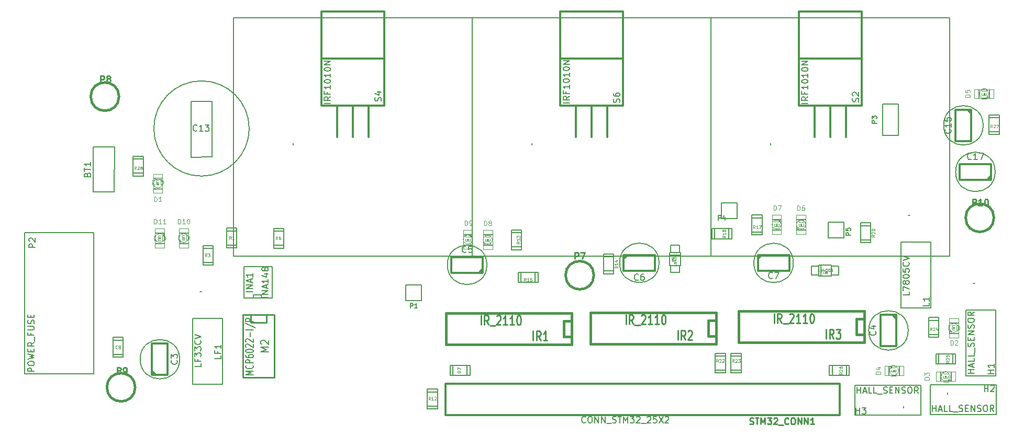
<source format=gto>
G04 (created by PCBNEW (22-Jun-2014 BZR 4027)-stable) date lun 20 oct 2014 04:40:32 CST*
%MOIN*%
G04 Gerber Fmt 3.4, Leading zero omitted, Abs format*
%FSLAX34Y34*%
G01*
G70*
G90*
G04 APERTURE LIST*
%ADD10C,0.00590551*%
%ADD11C,0.006*%
%ADD12C,0.005*%
%ADD13C,0.015*%
%ADD14C,0.012*%
%ADD15C,0.0026*%
%ADD16C,0.004*%
%ADD17C,0.01*%
%ADD18C,0.002*%
%ADD19C,0.0035*%
%ADD20C,0.008*%
%ADD21C,0.0047*%
%ADD22C,0.01125*%
%ADD23C,0.0108*%
G04 APERTURE END LIST*
G54D10*
G54D11*
X106330Y-53705D02*
X107330Y-53705D01*
X107330Y-53705D02*
X107330Y-55705D01*
X107330Y-55705D02*
X106330Y-55705D01*
X106330Y-55705D02*
X106330Y-53705D01*
X76950Y-66240D02*
X75950Y-66240D01*
X75950Y-65240D02*
X76950Y-65240D01*
X75950Y-66240D02*
X75950Y-65240D01*
X76950Y-65240D02*
X76950Y-66240D01*
X96050Y-59990D02*
X97050Y-59990D01*
X97050Y-60990D02*
X96050Y-60990D01*
X97050Y-59990D02*
X97050Y-60990D01*
X96050Y-60990D02*
X96050Y-59990D01*
X102865Y-61230D02*
X103865Y-61230D01*
X103865Y-62230D02*
X102865Y-62230D01*
X103865Y-61230D02*
X103865Y-62230D01*
X102865Y-62230D02*
X102865Y-61230D01*
G54D10*
X51715Y-70910D02*
X56115Y-70910D01*
X56115Y-70910D02*
X56115Y-61910D01*
X56115Y-61910D02*
X51715Y-61910D01*
X51715Y-61910D02*
X51715Y-70910D01*
G54D12*
X101790Y-64610D02*
X101790Y-64050D01*
X103060Y-64680D02*
X102250Y-64680D01*
X102250Y-63960D02*
X103060Y-63960D01*
X103520Y-64610D02*
X103520Y-64050D01*
X103090Y-64050D02*
X103510Y-64050D01*
X103510Y-64610D02*
X103080Y-64610D01*
X102230Y-64610D02*
X101790Y-64610D01*
X101800Y-64050D02*
X102230Y-64050D01*
X103070Y-64680D02*
X103070Y-63960D01*
X102410Y-64680D02*
X102410Y-63960D01*
X102250Y-63960D02*
X102250Y-64680D01*
X92830Y-62720D02*
X93390Y-62720D01*
X92760Y-63990D02*
X92760Y-63180D01*
X93480Y-63180D02*
X93480Y-63990D01*
X92830Y-64450D02*
X93390Y-64450D01*
X93390Y-64020D02*
X93390Y-64440D01*
X92830Y-64440D02*
X92830Y-64010D01*
X92830Y-63160D02*
X92830Y-62720D01*
X93390Y-62730D02*
X93390Y-63160D01*
X92760Y-64000D02*
X93480Y-64000D01*
X92760Y-63340D02*
X93480Y-63340D01*
X93480Y-63180D02*
X92760Y-63180D01*
G54D13*
X57710Y-53230D02*
G75*
G03X57710Y-53230I-900J0D01*
G74*
G01*
X58738Y-71764D02*
G75*
G03X58738Y-71764I-900J0D01*
G74*
G01*
X113418Y-60956D02*
G75*
G03X113418Y-60956I-900J0D01*
G74*
G01*
G54D10*
X113496Y-58030D02*
G75*
G03X113496Y-58030I-1258J0D01*
G74*
G01*
G54D14*
X113218Y-58530D02*
X111238Y-58530D01*
X111238Y-58530D02*
X111238Y-57530D01*
X111238Y-57530D02*
X113238Y-57530D01*
X113238Y-57530D02*
X113238Y-58530D01*
X113238Y-58280D02*
X112988Y-58530D01*
G54D10*
X100646Y-63835D02*
G75*
G03X100646Y-63835I-1258J0D01*
G74*
G01*
G54D14*
X98408Y-63335D02*
X100388Y-63335D01*
X100388Y-63335D02*
X100388Y-64335D01*
X100388Y-64335D02*
X98388Y-64335D01*
X98388Y-64335D02*
X98388Y-63335D01*
X98388Y-63585D02*
X98638Y-63335D01*
G54D10*
X81133Y-63960D02*
G75*
G03X81133Y-63960I-1258J0D01*
G74*
G01*
G54D14*
X80855Y-64460D02*
X78875Y-64460D01*
X78875Y-64460D02*
X78875Y-63460D01*
X78875Y-63460D02*
X80875Y-63460D01*
X80875Y-63460D02*
X80875Y-64460D01*
X80875Y-64210D02*
X80625Y-64460D01*
G54D10*
X61573Y-69975D02*
G75*
G03X61573Y-69975I-1258J0D01*
G74*
G01*
G54D14*
X59815Y-70955D02*
X59815Y-68975D01*
X59815Y-68975D02*
X60815Y-68975D01*
X60815Y-68975D02*
X60815Y-70975D01*
X60815Y-70975D02*
X59815Y-70975D01*
X60065Y-70975D02*
X59815Y-70725D01*
G54D10*
X92098Y-63830D02*
G75*
G03X92098Y-63830I-1258J0D01*
G74*
G01*
G54D14*
X89860Y-63330D02*
X91840Y-63330D01*
X91840Y-63330D02*
X91840Y-64330D01*
X91840Y-64330D02*
X89840Y-64330D01*
X89840Y-64330D02*
X89840Y-63330D01*
X89840Y-63580D02*
X90090Y-63330D01*
G54D10*
X107958Y-68140D02*
G75*
G03X107958Y-68140I-1258J0D01*
G74*
G01*
G54D14*
X107200Y-67160D02*
X107200Y-69140D01*
X107200Y-69140D02*
X106200Y-69140D01*
X106200Y-69140D02*
X106200Y-67140D01*
X106200Y-67140D02*
X107200Y-67140D01*
X106950Y-67140D02*
X107200Y-67390D01*
G54D10*
X112732Y-55066D02*
G75*
G03X112732Y-55066I-1258J0D01*
G74*
G01*
G54D14*
X111974Y-54086D02*
X111974Y-56066D01*
X111974Y-56066D02*
X110974Y-56066D01*
X110974Y-56066D02*
X110974Y-54066D01*
X110974Y-54066D02*
X111974Y-54066D01*
X111724Y-54066D02*
X111974Y-54316D01*
G54D12*
X58615Y-58110D02*
X59255Y-58110D01*
X59255Y-57210D02*
X58615Y-57210D01*
X59255Y-57030D02*
X58615Y-57030D01*
X58615Y-57030D02*
X58615Y-58290D01*
X58615Y-58290D02*
X59255Y-58290D01*
X59255Y-58290D02*
X59255Y-57030D01*
X113110Y-55470D02*
X113750Y-55470D01*
X113750Y-54570D02*
X113110Y-54570D01*
X113750Y-54390D02*
X113110Y-54390D01*
X113110Y-54390D02*
X113110Y-55650D01*
X113110Y-55650D02*
X113750Y-55650D01*
X113750Y-55650D02*
X113750Y-54390D01*
X79875Y-71015D02*
X79875Y-70375D01*
X78975Y-70375D02*
X78975Y-71015D01*
X78795Y-70375D02*
X78795Y-71015D01*
X78795Y-71015D02*
X80055Y-71015D01*
X80055Y-71015D02*
X80055Y-70375D01*
X80055Y-70375D02*
X78795Y-70375D01*
X77985Y-72063D02*
X77345Y-72063D01*
X77345Y-72963D02*
X77985Y-72963D01*
X77345Y-73143D02*
X77985Y-73143D01*
X77985Y-73143D02*
X77985Y-71883D01*
X77985Y-71883D02*
X77345Y-71883D01*
X77345Y-71883D02*
X77345Y-73143D01*
X68190Y-61820D02*
X67550Y-61820D01*
X67550Y-62720D02*
X68190Y-62720D01*
X67550Y-62900D02*
X68190Y-62900D01*
X68190Y-62900D02*
X68190Y-61640D01*
X68190Y-61640D02*
X67550Y-61640D01*
X67550Y-61640D02*
X67550Y-62900D01*
X88570Y-64350D02*
X89210Y-64350D01*
X89210Y-63450D02*
X88570Y-63450D01*
X89210Y-63270D02*
X88570Y-63270D01*
X88570Y-63270D02*
X88570Y-64530D01*
X88570Y-64530D02*
X89210Y-64530D01*
X89210Y-64530D02*
X89210Y-63270D01*
X104925Y-62365D02*
X105565Y-62365D01*
X105565Y-61465D02*
X104925Y-61465D01*
X105565Y-61285D02*
X104925Y-61285D01*
X104925Y-61285D02*
X104925Y-62545D01*
X104925Y-62545D02*
X105565Y-62545D01*
X105565Y-62545D02*
X105565Y-61285D01*
X96546Y-62294D02*
X96546Y-61654D01*
X95646Y-61654D02*
X95646Y-62294D01*
X95466Y-61654D02*
X95466Y-62294D01*
X95466Y-62294D02*
X96726Y-62294D01*
X96726Y-62294D02*
X96726Y-61654D01*
X96726Y-61654D02*
X95466Y-61654D01*
X98014Y-61866D02*
X98654Y-61866D01*
X98654Y-60966D02*
X98014Y-60966D01*
X98654Y-60786D02*
X98014Y-60786D01*
X98014Y-60786D02*
X98014Y-62046D01*
X98014Y-62046D02*
X98654Y-62046D01*
X98654Y-62046D02*
X98654Y-60786D01*
X83304Y-64448D02*
X83304Y-65088D01*
X84204Y-65088D02*
X84204Y-64448D01*
X84384Y-65088D02*
X84384Y-64448D01*
X84384Y-64448D02*
X83124Y-64448D01*
X83124Y-64448D02*
X83124Y-65088D01*
X83124Y-65088D02*
X84384Y-65088D01*
X82686Y-62820D02*
X83326Y-62820D01*
X83326Y-61920D02*
X82686Y-61920D01*
X83326Y-61740D02*
X82686Y-61740D01*
X82686Y-61740D02*
X82686Y-63000D01*
X82686Y-63000D02*
X83326Y-63000D01*
X83326Y-63000D02*
X83326Y-61740D01*
X63715Y-62903D02*
X63075Y-62903D01*
X63075Y-63803D02*
X63715Y-63803D01*
X63075Y-63983D02*
X63715Y-63983D01*
X63715Y-63983D02*
X63715Y-62723D01*
X63715Y-62723D02*
X63075Y-62723D01*
X63075Y-62723D02*
X63075Y-63983D01*
X64574Y-62698D02*
X65214Y-62698D01*
X65214Y-61798D02*
X64574Y-61798D01*
X65214Y-61618D02*
X64574Y-61618D01*
X64574Y-61618D02*
X64574Y-62878D01*
X64574Y-62878D02*
X65214Y-62878D01*
X65214Y-62878D02*
X65214Y-61618D01*
X104025Y-71015D02*
X104025Y-70375D01*
X103125Y-70375D02*
X103125Y-71015D01*
X102945Y-70375D02*
X102945Y-71015D01*
X102945Y-71015D02*
X104205Y-71015D01*
X104205Y-71015D02*
X104205Y-70375D01*
X104205Y-70375D02*
X102945Y-70375D01*
X97320Y-69770D02*
X96680Y-69770D01*
X96680Y-70670D02*
X97320Y-70670D01*
X96680Y-70850D02*
X97320Y-70850D01*
X97320Y-70850D02*
X97320Y-69590D01*
X97320Y-69590D02*
X96680Y-69590D01*
X96680Y-69590D02*
X96680Y-70850D01*
X96320Y-69770D02*
X95680Y-69770D01*
X95680Y-70670D02*
X96320Y-70670D01*
X95680Y-70850D02*
X96320Y-70850D01*
X96320Y-70850D02*
X96320Y-69590D01*
X96320Y-69590D02*
X95680Y-69590D01*
X95680Y-69590D02*
X95680Y-70850D01*
X110800Y-70270D02*
X110800Y-69630D01*
X109900Y-69630D02*
X109900Y-70270D01*
X109720Y-69630D02*
X109720Y-70270D01*
X109720Y-70270D02*
X110980Y-70270D01*
X110980Y-70270D02*
X110980Y-69630D01*
X110980Y-69630D02*
X109720Y-69630D01*
X109255Y-68400D02*
X109895Y-68400D01*
X109895Y-67500D02*
X109255Y-67500D01*
X109895Y-67320D02*
X109255Y-67320D01*
X109255Y-67320D02*
X109255Y-68580D01*
X109255Y-68580D02*
X109895Y-68580D01*
X109895Y-68580D02*
X109895Y-67320D01*
G54D15*
X99618Y-61429D02*
X99618Y-61351D01*
X99618Y-61351D02*
X99540Y-61351D01*
X99540Y-61429D02*
X99540Y-61351D01*
X99618Y-61429D02*
X99540Y-61429D01*
X99854Y-61213D02*
X99854Y-61076D01*
X99854Y-61076D02*
X99756Y-61076D01*
X99756Y-61213D02*
X99756Y-61076D01*
X99854Y-61213D02*
X99756Y-61213D01*
X99854Y-61076D02*
X99854Y-61036D01*
X99854Y-61036D02*
X99383Y-61036D01*
X99383Y-61076D02*
X99383Y-61036D01*
X99854Y-61076D02*
X99383Y-61076D01*
X99363Y-61076D02*
X99363Y-61036D01*
X99363Y-61036D02*
X99304Y-61036D01*
X99304Y-61076D02*
X99304Y-61036D01*
X99363Y-61076D02*
X99304Y-61076D01*
X99854Y-61744D02*
X99854Y-61704D01*
X99854Y-61704D02*
X99383Y-61704D01*
X99383Y-61744D02*
X99383Y-61704D01*
X99854Y-61744D02*
X99383Y-61744D01*
X99363Y-61744D02*
X99363Y-61704D01*
X99363Y-61704D02*
X99304Y-61704D01*
X99304Y-61744D02*
X99304Y-61704D01*
X99363Y-61744D02*
X99304Y-61744D01*
X99854Y-61213D02*
X99854Y-61154D01*
X99854Y-61154D02*
X99756Y-61154D01*
X99756Y-61213D02*
X99756Y-61154D01*
X99854Y-61213D02*
X99756Y-61213D01*
G54D16*
X99874Y-60780D02*
X99874Y-62000D01*
X99874Y-62000D02*
X99284Y-62000D01*
X99284Y-62000D02*
X99284Y-60780D01*
X99284Y-60780D02*
X99874Y-60780D01*
X99775Y-61605D02*
G75*
G03X99774Y-61173I-196J215D01*
G74*
G01*
X99382Y-61605D02*
G75*
G03X99774Y-61606I196J215D01*
G74*
G01*
X99382Y-61174D02*
G75*
G03X99383Y-61606I196J-215D01*
G74*
G01*
X99775Y-61174D02*
G75*
G03X99383Y-61173I-196J-215D01*
G74*
G01*
G54D15*
X101104Y-61349D02*
X101104Y-61427D01*
X101104Y-61427D02*
X101182Y-61427D01*
X101182Y-61349D02*
X101182Y-61427D01*
X101104Y-61349D02*
X101182Y-61349D01*
X100868Y-61565D02*
X100868Y-61702D01*
X100868Y-61702D02*
X100966Y-61702D01*
X100966Y-61565D02*
X100966Y-61702D01*
X100868Y-61565D02*
X100966Y-61565D01*
X100868Y-61702D02*
X100868Y-61742D01*
X100868Y-61742D02*
X101339Y-61742D01*
X101339Y-61702D02*
X101339Y-61742D01*
X100868Y-61702D02*
X101339Y-61702D01*
X101359Y-61702D02*
X101359Y-61742D01*
X101359Y-61742D02*
X101418Y-61742D01*
X101418Y-61702D02*
X101418Y-61742D01*
X101359Y-61702D02*
X101418Y-61702D01*
X100868Y-61034D02*
X100868Y-61074D01*
X100868Y-61074D02*
X101339Y-61074D01*
X101339Y-61034D02*
X101339Y-61074D01*
X100868Y-61034D02*
X101339Y-61034D01*
X101359Y-61034D02*
X101359Y-61074D01*
X101359Y-61074D02*
X101418Y-61074D01*
X101418Y-61034D02*
X101418Y-61074D01*
X101359Y-61034D02*
X101418Y-61034D01*
X100868Y-61565D02*
X100868Y-61624D01*
X100868Y-61624D02*
X100966Y-61624D01*
X100966Y-61565D02*
X100966Y-61624D01*
X100868Y-61565D02*
X100966Y-61565D01*
G54D16*
X100848Y-61998D02*
X100848Y-60778D01*
X100848Y-60778D02*
X101438Y-60778D01*
X101438Y-60778D02*
X101438Y-61998D01*
X101438Y-61998D02*
X100848Y-61998D01*
X100946Y-61172D02*
G75*
G03X100947Y-61604I196J-215D01*
G74*
G01*
X101339Y-61172D02*
G75*
G03X100947Y-61171I-196J-215D01*
G74*
G01*
X101339Y-61603D02*
G75*
G03X101338Y-61171I-196J215D01*
G74*
G01*
X100946Y-61603D02*
G75*
G03X101338Y-61604I196J215D01*
G74*
G01*
G54D15*
X79955Y-62383D02*
X79955Y-62305D01*
X79955Y-62305D02*
X79877Y-62305D01*
X79877Y-62383D02*
X79877Y-62305D01*
X79955Y-62383D02*
X79877Y-62383D01*
X80191Y-62167D02*
X80191Y-62030D01*
X80191Y-62030D02*
X80093Y-62030D01*
X80093Y-62167D02*
X80093Y-62030D01*
X80191Y-62167D02*
X80093Y-62167D01*
X80191Y-62030D02*
X80191Y-61990D01*
X80191Y-61990D02*
X79720Y-61990D01*
X79720Y-62030D02*
X79720Y-61990D01*
X80191Y-62030D02*
X79720Y-62030D01*
X79700Y-62030D02*
X79700Y-61990D01*
X79700Y-61990D02*
X79641Y-61990D01*
X79641Y-62030D02*
X79641Y-61990D01*
X79700Y-62030D02*
X79641Y-62030D01*
X80191Y-62698D02*
X80191Y-62658D01*
X80191Y-62658D02*
X79720Y-62658D01*
X79720Y-62698D02*
X79720Y-62658D01*
X80191Y-62698D02*
X79720Y-62698D01*
X79700Y-62698D02*
X79700Y-62658D01*
X79700Y-62658D02*
X79641Y-62658D01*
X79641Y-62698D02*
X79641Y-62658D01*
X79700Y-62698D02*
X79641Y-62698D01*
X80191Y-62167D02*
X80191Y-62108D01*
X80191Y-62108D02*
X80093Y-62108D01*
X80093Y-62167D02*
X80093Y-62108D01*
X80191Y-62167D02*
X80093Y-62167D01*
G54D16*
X80211Y-61734D02*
X80211Y-62954D01*
X80211Y-62954D02*
X79621Y-62954D01*
X79621Y-62954D02*
X79621Y-61734D01*
X79621Y-61734D02*
X80211Y-61734D01*
X80112Y-62559D02*
G75*
G03X80111Y-62127I-196J215D01*
G74*
G01*
X79719Y-62559D02*
G75*
G03X80111Y-62560I196J215D01*
G74*
G01*
X79719Y-62128D02*
G75*
G03X79720Y-62560I196J-215D01*
G74*
G01*
X80112Y-62128D02*
G75*
G03X79720Y-62127I-196J-215D01*
G74*
G01*
G54D15*
X81149Y-62320D02*
X81149Y-62398D01*
X81149Y-62398D02*
X81227Y-62398D01*
X81227Y-62320D02*
X81227Y-62398D01*
X81149Y-62320D02*
X81227Y-62320D01*
X80913Y-62536D02*
X80913Y-62673D01*
X80913Y-62673D02*
X81011Y-62673D01*
X81011Y-62536D02*
X81011Y-62673D01*
X80913Y-62536D02*
X81011Y-62536D01*
X80913Y-62673D02*
X80913Y-62713D01*
X80913Y-62713D02*
X81384Y-62713D01*
X81384Y-62673D02*
X81384Y-62713D01*
X80913Y-62673D02*
X81384Y-62673D01*
X81404Y-62673D02*
X81404Y-62713D01*
X81404Y-62713D02*
X81463Y-62713D01*
X81463Y-62673D02*
X81463Y-62713D01*
X81404Y-62673D02*
X81463Y-62673D01*
X80913Y-62005D02*
X80913Y-62045D01*
X80913Y-62045D02*
X81384Y-62045D01*
X81384Y-62005D02*
X81384Y-62045D01*
X80913Y-62005D02*
X81384Y-62005D01*
X81404Y-62005D02*
X81404Y-62045D01*
X81404Y-62045D02*
X81463Y-62045D01*
X81463Y-62005D02*
X81463Y-62045D01*
X81404Y-62005D02*
X81463Y-62005D01*
X80913Y-62536D02*
X80913Y-62595D01*
X80913Y-62595D02*
X81011Y-62595D01*
X81011Y-62536D02*
X81011Y-62595D01*
X80913Y-62536D02*
X81011Y-62536D01*
G54D16*
X80893Y-62969D02*
X80893Y-61749D01*
X80893Y-61749D02*
X81483Y-61749D01*
X81483Y-61749D02*
X81483Y-62969D01*
X81483Y-62969D02*
X80893Y-62969D01*
X80991Y-62143D02*
G75*
G03X80992Y-62575I196J-215D01*
G74*
G01*
X81384Y-62143D02*
G75*
G03X80992Y-62142I-196J-215D01*
G74*
G01*
X81384Y-62574D02*
G75*
G03X81383Y-62142I-196J215D01*
G74*
G01*
X80991Y-62574D02*
G75*
G03X81383Y-62575I196J215D01*
G74*
G01*
G54D15*
X60345Y-62291D02*
X60345Y-62213D01*
X60345Y-62213D02*
X60267Y-62213D01*
X60267Y-62291D02*
X60267Y-62213D01*
X60345Y-62291D02*
X60267Y-62291D01*
X60581Y-62075D02*
X60581Y-61938D01*
X60581Y-61938D02*
X60483Y-61938D01*
X60483Y-62075D02*
X60483Y-61938D01*
X60581Y-62075D02*
X60483Y-62075D01*
X60581Y-61938D02*
X60581Y-61898D01*
X60581Y-61898D02*
X60110Y-61898D01*
X60110Y-61938D02*
X60110Y-61898D01*
X60581Y-61938D02*
X60110Y-61938D01*
X60090Y-61938D02*
X60090Y-61898D01*
X60090Y-61898D02*
X60031Y-61898D01*
X60031Y-61938D02*
X60031Y-61898D01*
X60090Y-61938D02*
X60031Y-61938D01*
X60581Y-62606D02*
X60581Y-62566D01*
X60581Y-62566D02*
X60110Y-62566D01*
X60110Y-62606D02*
X60110Y-62566D01*
X60581Y-62606D02*
X60110Y-62606D01*
X60090Y-62606D02*
X60090Y-62566D01*
X60090Y-62566D02*
X60031Y-62566D01*
X60031Y-62606D02*
X60031Y-62566D01*
X60090Y-62606D02*
X60031Y-62606D01*
X60581Y-62075D02*
X60581Y-62016D01*
X60581Y-62016D02*
X60483Y-62016D01*
X60483Y-62075D02*
X60483Y-62016D01*
X60581Y-62075D02*
X60483Y-62075D01*
G54D16*
X60601Y-61642D02*
X60601Y-62862D01*
X60601Y-62862D02*
X60011Y-62862D01*
X60011Y-62862D02*
X60011Y-61642D01*
X60011Y-61642D02*
X60601Y-61642D01*
X60502Y-62467D02*
G75*
G03X60501Y-62035I-196J215D01*
G74*
G01*
X60109Y-62467D02*
G75*
G03X60501Y-62468I196J215D01*
G74*
G01*
X60109Y-62036D02*
G75*
G03X60110Y-62468I196J-215D01*
G74*
G01*
X60502Y-62036D02*
G75*
G03X60110Y-62035I-196J-215D01*
G74*
G01*
G54D15*
X61785Y-62213D02*
X61785Y-62291D01*
X61785Y-62291D02*
X61863Y-62291D01*
X61863Y-62213D02*
X61863Y-62291D01*
X61785Y-62213D02*
X61863Y-62213D01*
X61549Y-62429D02*
X61549Y-62566D01*
X61549Y-62566D02*
X61647Y-62566D01*
X61647Y-62429D02*
X61647Y-62566D01*
X61549Y-62429D02*
X61647Y-62429D01*
X61549Y-62566D02*
X61549Y-62606D01*
X61549Y-62606D02*
X62020Y-62606D01*
X62020Y-62566D02*
X62020Y-62606D01*
X61549Y-62566D02*
X62020Y-62566D01*
X62040Y-62566D02*
X62040Y-62606D01*
X62040Y-62606D02*
X62099Y-62606D01*
X62099Y-62566D02*
X62099Y-62606D01*
X62040Y-62566D02*
X62099Y-62566D01*
X61549Y-61898D02*
X61549Y-61938D01*
X61549Y-61938D02*
X62020Y-61938D01*
X62020Y-61898D02*
X62020Y-61938D01*
X61549Y-61898D02*
X62020Y-61898D01*
X62040Y-61898D02*
X62040Y-61938D01*
X62040Y-61938D02*
X62099Y-61938D01*
X62099Y-61898D02*
X62099Y-61938D01*
X62040Y-61898D02*
X62099Y-61898D01*
X61549Y-62429D02*
X61549Y-62488D01*
X61549Y-62488D02*
X61647Y-62488D01*
X61647Y-62429D02*
X61647Y-62488D01*
X61549Y-62429D02*
X61647Y-62429D01*
G54D16*
X61529Y-62862D02*
X61529Y-61642D01*
X61529Y-61642D02*
X62119Y-61642D01*
X62119Y-61642D02*
X62119Y-62862D01*
X62119Y-62862D02*
X61529Y-62862D01*
X61627Y-62036D02*
G75*
G03X61628Y-62468I196J-215D01*
G74*
G01*
X62020Y-62036D02*
G75*
G03X61628Y-62035I-196J-215D01*
G74*
G01*
X62020Y-62467D02*
G75*
G03X62019Y-62035I-196J215D01*
G74*
G01*
X61627Y-62467D02*
G75*
G03X62019Y-62468I196J215D01*
G74*
G01*
G54D15*
X60225Y-58811D02*
X60225Y-58733D01*
X60225Y-58733D02*
X60147Y-58733D01*
X60147Y-58811D02*
X60147Y-58733D01*
X60225Y-58811D02*
X60147Y-58811D01*
X60461Y-58595D02*
X60461Y-58458D01*
X60461Y-58458D02*
X60363Y-58458D01*
X60363Y-58595D02*
X60363Y-58458D01*
X60461Y-58595D02*
X60363Y-58595D01*
X60461Y-58458D02*
X60461Y-58418D01*
X60461Y-58418D02*
X59990Y-58418D01*
X59990Y-58458D02*
X59990Y-58418D01*
X60461Y-58458D02*
X59990Y-58458D01*
X59970Y-58458D02*
X59970Y-58418D01*
X59970Y-58418D02*
X59911Y-58418D01*
X59911Y-58458D02*
X59911Y-58418D01*
X59970Y-58458D02*
X59911Y-58458D01*
X60461Y-59126D02*
X60461Y-59086D01*
X60461Y-59086D02*
X59990Y-59086D01*
X59990Y-59126D02*
X59990Y-59086D01*
X60461Y-59126D02*
X59990Y-59126D01*
X59970Y-59126D02*
X59970Y-59086D01*
X59970Y-59086D02*
X59911Y-59086D01*
X59911Y-59126D02*
X59911Y-59086D01*
X59970Y-59126D02*
X59911Y-59126D01*
X60461Y-58595D02*
X60461Y-58536D01*
X60461Y-58536D02*
X60363Y-58536D01*
X60363Y-58595D02*
X60363Y-58536D01*
X60461Y-58595D02*
X60363Y-58595D01*
G54D16*
X60481Y-58162D02*
X60481Y-59382D01*
X60481Y-59382D02*
X59891Y-59382D01*
X59891Y-59382D02*
X59891Y-58162D01*
X59891Y-58162D02*
X60481Y-58162D01*
X60382Y-58987D02*
G75*
G03X60381Y-58555I-196J215D01*
G74*
G01*
X59989Y-58987D02*
G75*
G03X60381Y-58988I196J215D01*
G74*
G01*
X59989Y-58556D02*
G75*
G03X59990Y-58988I196J-215D01*
G74*
G01*
X60382Y-58556D02*
G75*
G03X59990Y-58555I-196J-215D01*
G74*
G01*
G54D15*
X112752Y-53091D02*
X112830Y-53091D01*
X112830Y-53091D02*
X112830Y-53013D01*
X112752Y-53013D02*
X112830Y-53013D01*
X112752Y-53091D02*
X112752Y-53013D01*
X112968Y-53327D02*
X113105Y-53327D01*
X113105Y-53327D02*
X113105Y-53229D01*
X112968Y-53229D02*
X113105Y-53229D01*
X112968Y-53327D02*
X112968Y-53229D01*
X113105Y-53327D02*
X113145Y-53327D01*
X113145Y-53327D02*
X113145Y-52856D01*
X113105Y-52856D02*
X113145Y-52856D01*
X113105Y-53327D02*
X113105Y-52856D01*
X113105Y-52836D02*
X113145Y-52836D01*
X113145Y-52836D02*
X113145Y-52777D01*
X113105Y-52777D02*
X113145Y-52777D01*
X113105Y-52836D02*
X113105Y-52777D01*
X112437Y-53327D02*
X112477Y-53327D01*
X112477Y-53327D02*
X112477Y-52856D01*
X112437Y-52856D02*
X112477Y-52856D01*
X112437Y-53327D02*
X112437Y-52856D01*
X112437Y-52836D02*
X112477Y-52836D01*
X112477Y-52836D02*
X112477Y-52777D01*
X112437Y-52777D02*
X112477Y-52777D01*
X112437Y-52836D02*
X112437Y-52777D01*
X112968Y-53327D02*
X113027Y-53327D01*
X113027Y-53327D02*
X113027Y-53229D01*
X112968Y-53229D02*
X113027Y-53229D01*
X112968Y-53327D02*
X112968Y-53229D01*
G54D16*
X113401Y-53347D02*
X112181Y-53347D01*
X112181Y-53347D02*
X112181Y-52757D01*
X112181Y-52757D02*
X113401Y-52757D01*
X113401Y-52757D02*
X113401Y-53347D01*
X112575Y-53248D02*
G75*
G03X113007Y-53247I215J196D01*
G74*
G01*
X112575Y-52855D02*
G75*
G03X112574Y-53247I215J-196D01*
G74*
G01*
X113006Y-52855D02*
G75*
G03X112574Y-52856I-215J-196D01*
G74*
G01*
X113006Y-53248D02*
G75*
G03X113007Y-52856I-215J196D01*
G74*
G01*
G54D15*
X110826Y-67941D02*
X110826Y-68019D01*
X110826Y-68019D02*
X110904Y-68019D01*
X110904Y-67941D02*
X110904Y-68019D01*
X110826Y-67941D02*
X110904Y-67941D01*
X110590Y-68157D02*
X110590Y-68294D01*
X110590Y-68294D02*
X110688Y-68294D01*
X110688Y-68157D02*
X110688Y-68294D01*
X110590Y-68157D02*
X110688Y-68157D01*
X110590Y-68294D02*
X110590Y-68334D01*
X110590Y-68334D02*
X111061Y-68334D01*
X111061Y-68294D02*
X111061Y-68334D01*
X110590Y-68294D02*
X111061Y-68294D01*
X111081Y-68294D02*
X111081Y-68334D01*
X111081Y-68334D02*
X111140Y-68334D01*
X111140Y-68294D02*
X111140Y-68334D01*
X111081Y-68294D02*
X111140Y-68294D01*
X110590Y-67626D02*
X110590Y-67666D01*
X110590Y-67666D02*
X111061Y-67666D01*
X111061Y-67626D02*
X111061Y-67666D01*
X110590Y-67626D02*
X111061Y-67626D01*
X111081Y-67626D02*
X111081Y-67666D01*
X111081Y-67666D02*
X111140Y-67666D01*
X111140Y-67626D02*
X111140Y-67666D01*
X111081Y-67626D02*
X111140Y-67626D01*
X110590Y-68157D02*
X110590Y-68216D01*
X110590Y-68216D02*
X110688Y-68216D01*
X110688Y-68157D02*
X110688Y-68216D01*
X110590Y-68157D02*
X110688Y-68157D01*
G54D16*
X110570Y-68590D02*
X110570Y-67370D01*
X110570Y-67370D02*
X111160Y-67370D01*
X111160Y-67370D02*
X111160Y-68590D01*
X111160Y-68590D02*
X110570Y-68590D01*
X110668Y-67764D02*
G75*
G03X110669Y-68196I196J-215D01*
G74*
G01*
X111061Y-67764D02*
G75*
G03X110669Y-67763I-196J-215D01*
G74*
G01*
X111061Y-68195D02*
G75*
G03X111060Y-67763I-196J215D01*
G74*
G01*
X110668Y-68195D02*
G75*
G03X111060Y-68196I196J215D01*
G74*
G01*
G54D15*
X110301Y-71119D02*
X110379Y-71119D01*
X110379Y-71119D02*
X110379Y-71041D01*
X110301Y-71041D02*
X110379Y-71041D01*
X110301Y-71119D02*
X110301Y-71041D01*
X110517Y-71355D02*
X110654Y-71355D01*
X110654Y-71355D02*
X110654Y-71257D01*
X110517Y-71257D02*
X110654Y-71257D01*
X110517Y-71355D02*
X110517Y-71257D01*
X110654Y-71355D02*
X110694Y-71355D01*
X110694Y-71355D02*
X110694Y-70884D01*
X110654Y-70884D02*
X110694Y-70884D01*
X110654Y-71355D02*
X110654Y-70884D01*
X110654Y-70864D02*
X110694Y-70864D01*
X110694Y-70864D02*
X110694Y-70805D01*
X110654Y-70805D02*
X110694Y-70805D01*
X110654Y-70864D02*
X110654Y-70805D01*
X109986Y-71355D02*
X110026Y-71355D01*
X110026Y-71355D02*
X110026Y-70884D01*
X109986Y-70884D02*
X110026Y-70884D01*
X109986Y-71355D02*
X109986Y-70884D01*
X109986Y-70864D02*
X110026Y-70864D01*
X110026Y-70864D02*
X110026Y-70805D01*
X109986Y-70805D02*
X110026Y-70805D01*
X109986Y-70864D02*
X109986Y-70805D01*
X110517Y-71355D02*
X110576Y-71355D01*
X110576Y-71355D02*
X110576Y-71257D01*
X110517Y-71257D02*
X110576Y-71257D01*
X110517Y-71355D02*
X110517Y-71257D01*
G54D16*
X110950Y-71375D02*
X109730Y-71375D01*
X109730Y-71375D02*
X109730Y-70785D01*
X109730Y-70785D02*
X110950Y-70785D01*
X110950Y-70785D02*
X110950Y-71375D01*
X110124Y-71276D02*
G75*
G03X110556Y-71275I215J196D01*
G74*
G01*
X110124Y-70883D02*
G75*
G03X110123Y-71275I215J-196D01*
G74*
G01*
X110555Y-70883D02*
G75*
G03X110123Y-70884I-215J-196D01*
G74*
G01*
X110555Y-71276D02*
G75*
G03X110556Y-70884I-215J196D01*
G74*
G01*
G54D15*
X107099Y-70661D02*
X107021Y-70661D01*
X107021Y-70661D02*
X107021Y-70739D01*
X107099Y-70739D02*
X107021Y-70739D01*
X107099Y-70661D02*
X107099Y-70739D01*
X106883Y-70425D02*
X106746Y-70425D01*
X106746Y-70425D02*
X106746Y-70523D01*
X106883Y-70523D02*
X106746Y-70523D01*
X106883Y-70425D02*
X106883Y-70523D01*
X106746Y-70425D02*
X106706Y-70425D01*
X106706Y-70425D02*
X106706Y-70896D01*
X106746Y-70896D02*
X106706Y-70896D01*
X106746Y-70425D02*
X106746Y-70896D01*
X106746Y-70916D02*
X106706Y-70916D01*
X106706Y-70916D02*
X106706Y-70975D01*
X106746Y-70975D02*
X106706Y-70975D01*
X106746Y-70916D02*
X106746Y-70975D01*
X107414Y-70425D02*
X107374Y-70425D01*
X107374Y-70425D02*
X107374Y-70896D01*
X107414Y-70896D02*
X107374Y-70896D01*
X107414Y-70425D02*
X107414Y-70896D01*
X107414Y-70916D02*
X107374Y-70916D01*
X107374Y-70916D02*
X107374Y-70975D01*
X107414Y-70975D02*
X107374Y-70975D01*
X107414Y-70916D02*
X107414Y-70975D01*
X106883Y-70425D02*
X106824Y-70425D01*
X106824Y-70425D02*
X106824Y-70523D01*
X106883Y-70523D02*
X106824Y-70523D01*
X106883Y-70425D02*
X106883Y-70523D01*
G54D16*
X106450Y-70405D02*
X107670Y-70405D01*
X107670Y-70405D02*
X107670Y-70995D01*
X107670Y-70995D02*
X106450Y-70995D01*
X106450Y-70995D02*
X106450Y-70405D01*
X107275Y-70503D02*
G75*
G03X106843Y-70504I-215J-196D01*
G74*
G01*
X107275Y-70896D02*
G75*
G03X107276Y-70504I-215J196D01*
G74*
G01*
X106844Y-70896D02*
G75*
G03X107276Y-70895I215J196D01*
G74*
G01*
X106844Y-70503D02*
G75*
G03X106843Y-70895I215J-196D01*
G74*
G01*
G54D12*
X57980Y-68760D02*
X57340Y-68760D01*
X57340Y-69660D02*
X57980Y-69660D01*
X57340Y-69840D02*
X57980Y-69840D01*
X57980Y-69840D02*
X57980Y-68580D01*
X57980Y-68580D02*
X57340Y-68580D01*
X57340Y-68580D02*
X57340Y-69840D01*
G54D10*
X64310Y-71565D02*
X62410Y-71565D01*
X62410Y-67365D02*
X62410Y-71565D01*
X64310Y-71565D02*
X64310Y-67365D01*
X62410Y-67365D02*
X64310Y-67365D01*
X62960Y-65665D02*
X62860Y-65665D01*
X109410Y-66700D02*
X107510Y-66700D01*
X107510Y-62500D02*
X107510Y-66700D01*
X109410Y-66700D02*
X109410Y-62500D01*
X107510Y-62500D02*
X109410Y-62500D01*
X108060Y-60800D02*
X107960Y-60800D01*
X113540Y-71025D02*
X111640Y-71025D01*
X111640Y-66825D02*
X111640Y-71025D01*
X113540Y-71025D02*
X113540Y-66825D01*
X111640Y-66825D02*
X113540Y-66825D01*
X112190Y-65125D02*
X112090Y-65125D01*
X104550Y-73550D02*
X104550Y-71650D01*
X108750Y-71650D02*
X104550Y-71650D01*
X104550Y-73550D02*
X108750Y-73550D01*
X108750Y-71650D02*
X108750Y-73550D01*
X110450Y-72200D02*
X110450Y-72100D01*
X113552Y-71606D02*
X113552Y-73506D01*
X109352Y-73506D02*
X113552Y-73506D01*
X113552Y-71606D02*
X109352Y-71606D01*
X109352Y-73506D02*
X109352Y-71606D01*
X107652Y-72956D02*
X107652Y-73056D01*
G54D17*
X67116Y-67124D02*
X67116Y-67624D01*
X67116Y-67624D02*
X66116Y-67624D01*
X66116Y-67624D02*
X66116Y-67124D01*
X67616Y-67124D02*
X67616Y-71124D01*
X67616Y-71124D02*
X65616Y-71124D01*
X65616Y-71124D02*
X65616Y-67124D01*
X65616Y-67124D02*
X67616Y-67124D01*
G54D13*
X86522Y-69046D02*
X78522Y-69046D01*
X78522Y-67046D02*
X86522Y-67046D01*
X86522Y-67046D02*
X86522Y-69046D01*
X86522Y-68546D02*
X86022Y-68546D01*
X86022Y-68546D02*
X86022Y-67546D01*
X86022Y-67546D02*
X86522Y-67546D01*
X78522Y-69046D02*
X78522Y-67046D01*
X95740Y-69002D02*
X87740Y-69002D01*
X87740Y-67002D02*
X95740Y-67002D01*
X95740Y-67002D02*
X95740Y-69002D01*
X95740Y-68502D02*
X95240Y-68502D01*
X95240Y-68502D02*
X95240Y-67502D01*
X95240Y-67502D02*
X95740Y-67502D01*
X87740Y-69002D02*
X87740Y-67002D01*
X105180Y-68920D02*
X97180Y-68920D01*
X97180Y-66920D02*
X105180Y-66920D01*
X105180Y-66920D02*
X105180Y-68920D01*
X105180Y-68420D02*
X104680Y-68420D01*
X104680Y-68420D02*
X104680Y-67420D01*
X104680Y-67420D02*
X105180Y-67420D01*
X97180Y-68920D02*
X97180Y-66920D01*
G54D14*
X103614Y-73551D02*
X78514Y-73551D01*
X103614Y-71551D02*
X78514Y-71551D01*
X103612Y-71551D02*
X103612Y-73551D01*
X78514Y-71551D02*
X78514Y-73551D01*
G54D10*
X63641Y-53527D02*
X62304Y-53527D01*
X62304Y-53527D02*
X62297Y-57090D01*
X62297Y-57090D02*
X63627Y-57083D01*
X63627Y-57083D02*
X63634Y-53534D01*
X66000Y-55264D02*
G75*
G03X66000Y-55264I-3036J0D01*
G74*
G01*
X95400Y-63400D02*
X110600Y-63400D01*
X110600Y-63400D02*
X110600Y-48200D01*
X110600Y-48200D02*
X95400Y-48200D01*
X95400Y-63400D02*
X95400Y-48200D01*
X99200Y-56200D02*
X99200Y-56300D01*
G54D14*
X102000Y-55800D02*
X102000Y-53800D01*
X103000Y-55800D02*
X103000Y-53800D01*
X104000Y-55800D02*
X104000Y-53800D01*
X105000Y-53800D02*
X105000Y-47800D01*
X105000Y-47800D02*
X101000Y-47800D01*
X101000Y-47800D02*
X101000Y-53800D01*
X101000Y-53800D02*
X105000Y-53800D01*
X104500Y-50800D02*
X101000Y-50800D01*
X104500Y-50800D02*
X105000Y-50800D01*
G54D10*
X80200Y-63400D02*
X95400Y-63400D01*
X95400Y-63400D02*
X95400Y-48200D01*
X95400Y-48200D02*
X80200Y-48200D01*
X80200Y-63400D02*
X80200Y-48200D01*
X84000Y-56200D02*
X84000Y-56300D01*
G54D14*
X86800Y-55800D02*
X86800Y-53800D01*
X87800Y-55800D02*
X87800Y-53800D01*
X88800Y-55800D02*
X88800Y-53800D01*
X89800Y-53800D02*
X89800Y-47800D01*
X89800Y-47800D02*
X85800Y-47800D01*
X85800Y-47800D02*
X85800Y-53800D01*
X85800Y-53800D02*
X89800Y-53800D01*
X89300Y-50800D02*
X85800Y-50800D01*
X89300Y-50800D02*
X89800Y-50800D01*
G54D10*
X65000Y-63400D02*
X80200Y-63400D01*
X80200Y-63400D02*
X80200Y-48200D01*
X80200Y-48200D02*
X65000Y-48200D01*
X65000Y-63400D02*
X65000Y-48200D01*
X68800Y-56200D02*
X68800Y-56300D01*
G54D14*
X71600Y-55800D02*
X71600Y-53800D01*
X72600Y-55800D02*
X72600Y-53800D01*
X73600Y-55800D02*
X73600Y-53800D01*
X74600Y-53800D02*
X74600Y-47800D01*
X74600Y-47800D02*
X70600Y-47800D01*
X70600Y-47800D02*
X70600Y-53800D01*
X70600Y-53800D02*
X74600Y-53800D01*
X74100Y-50800D02*
X70600Y-50800D01*
X74100Y-50800D02*
X74600Y-50800D01*
G54D10*
X56095Y-59295D02*
X57414Y-59293D01*
X57414Y-59293D02*
X57418Y-56432D01*
X57418Y-56432D02*
X56050Y-56431D01*
X56050Y-56431D02*
X56050Y-59293D01*
G54D12*
X65655Y-66085D02*
X65655Y-64085D01*
X65655Y-64085D02*
X67455Y-64085D01*
X67455Y-64085D02*
X67455Y-66085D01*
X67455Y-66085D02*
X65655Y-66085D01*
X66255Y-66085D02*
X66255Y-65885D01*
X66255Y-65885D02*
X66755Y-65885D01*
X66755Y-65885D02*
X66755Y-66085D01*
G54D13*
X87945Y-64620D02*
G75*
G03X87945Y-64620I-900J0D01*
G74*
G01*
G54D11*
X105951Y-54926D02*
X105651Y-54926D01*
X105651Y-54812D01*
X105665Y-54783D01*
X105680Y-54769D01*
X105708Y-54755D01*
X105751Y-54755D01*
X105780Y-54769D01*
X105794Y-54783D01*
X105808Y-54812D01*
X105808Y-54926D01*
X105651Y-54655D02*
X105651Y-54469D01*
X105765Y-54569D01*
X105765Y-54526D01*
X105780Y-54497D01*
X105794Y-54483D01*
X105822Y-54469D01*
X105894Y-54469D01*
X105922Y-54483D01*
X105937Y-54497D01*
X105951Y-54526D01*
X105951Y-54612D01*
X105937Y-54640D01*
X105922Y-54655D01*
X76254Y-66715D02*
X76254Y-66415D01*
X76368Y-66415D01*
X76397Y-66429D01*
X76411Y-66444D01*
X76426Y-66472D01*
X76426Y-66515D01*
X76411Y-66544D01*
X76397Y-66558D01*
X76368Y-66572D01*
X76254Y-66572D01*
X76711Y-66715D02*
X76540Y-66715D01*
X76626Y-66715D02*
X76626Y-66415D01*
X76597Y-66458D01*
X76568Y-66486D01*
X76540Y-66501D01*
X95880Y-61115D02*
X95880Y-60815D01*
X95994Y-60815D01*
X96023Y-60829D01*
X96037Y-60844D01*
X96052Y-60872D01*
X96052Y-60915D01*
X96037Y-60944D01*
X96023Y-60958D01*
X95994Y-60972D01*
X95880Y-60972D01*
X96309Y-60915D02*
X96309Y-61115D01*
X96237Y-60801D02*
X96166Y-61015D01*
X96352Y-61015D01*
X104295Y-62073D02*
X103995Y-62073D01*
X103995Y-61959D01*
X104009Y-61930D01*
X104024Y-61916D01*
X104052Y-61902D01*
X104095Y-61902D01*
X104124Y-61916D01*
X104138Y-61930D01*
X104152Y-61959D01*
X104152Y-62073D01*
X103995Y-61630D02*
X103995Y-61773D01*
X104138Y-61787D01*
X104124Y-61773D01*
X104109Y-61744D01*
X104109Y-61673D01*
X104124Y-61644D01*
X104138Y-61630D01*
X104166Y-61616D01*
X104238Y-61616D01*
X104266Y-61630D01*
X104281Y-61644D01*
X104295Y-61673D01*
X104295Y-61744D01*
X104281Y-61773D01*
X104266Y-61787D01*
G54D10*
X52375Y-62845D02*
X51981Y-62845D01*
X51981Y-62695D01*
X52000Y-62658D01*
X52019Y-62639D01*
X52056Y-62620D01*
X52112Y-62620D01*
X52150Y-62639D01*
X52169Y-62658D01*
X52187Y-62695D01*
X52187Y-62845D01*
X52019Y-62470D02*
X52000Y-62451D01*
X51981Y-62414D01*
X51981Y-62320D01*
X52000Y-62283D01*
X52019Y-62264D01*
X52056Y-62245D01*
X52094Y-62245D01*
X52150Y-62264D01*
X52375Y-62489D01*
X52375Y-62245D01*
X52310Y-70749D02*
X51916Y-70749D01*
X51916Y-70599D01*
X51935Y-70562D01*
X51954Y-70543D01*
X51991Y-70524D01*
X52047Y-70524D01*
X52085Y-70543D01*
X52104Y-70562D01*
X52122Y-70599D01*
X52122Y-70749D01*
X51916Y-70281D02*
X51916Y-70206D01*
X51935Y-70168D01*
X51972Y-70131D01*
X52047Y-70112D01*
X52179Y-70112D01*
X52254Y-70131D01*
X52291Y-70168D01*
X52310Y-70206D01*
X52310Y-70281D01*
X52291Y-70318D01*
X52254Y-70356D01*
X52179Y-70374D01*
X52047Y-70374D01*
X51972Y-70356D01*
X51935Y-70318D01*
X51916Y-70281D01*
X51916Y-69981D02*
X52310Y-69887D01*
X52029Y-69812D01*
X52310Y-69737D01*
X51916Y-69643D01*
X52104Y-69493D02*
X52104Y-69362D01*
X52310Y-69306D02*
X52310Y-69493D01*
X51916Y-69493D01*
X51916Y-69306D01*
X52310Y-68912D02*
X52122Y-69043D01*
X52310Y-69137D02*
X51916Y-69137D01*
X51916Y-68987D01*
X51935Y-68950D01*
X51954Y-68931D01*
X51991Y-68912D01*
X52047Y-68912D01*
X52085Y-68931D01*
X52104Y-68950D01*
X52122Y-68987D01*
X52122Y-69137D01*
X52347Y-68837D02*
X52347Y-68537D01*
X52104Y-68312D02*
X52104Y-68443D01*
X52310Y-68443D02*
X51916Y-68443D01*
X51916Y-68256D01*
X51916Y-68106D02*
X52235Y-68106D01*
X52272Y-68087D01*
X52291Y-68068D01*
X52310Y-68031D01*
X52310Y-67956D01*
X52291Y-67918D01*
X52272Y-67900D01*
X52235Y-67881D01*
X51916Y-67881D01*
X52291Y-67712D02*
X52310Y-67656D01*
X52310Y-67562D01*
X52291Y-67525D01*
X52272Y-67506D01*
X52235Y-67487D01*
X52197Y-67487D01*
X52160Y-67506D01*
X52141Y-67525D01*
X52122Y-67562D01*
X52104Y-67637D01*
X52085Y-67675D01*
X52066Y-67693D01*
X52029Y-67712D01*
X51991Y-67712D01*
X51954Y-67693D01*
X51935Y-67675D01*
X51916Y-67637D01*
X51916Y-67543D01*
X51935Y-67487D01*
X52104Y-67318D02*
X52104Y-67187D01*
X52310Y-67131D02*
X52310Y-67318D01*
X51916Y-67318D01*
X51916Y-67131D01*
G54D18*
X102608Y-64520D02*
X102551Y-64520D01*
X102580Y-64520D02*
X102580Y-64420D01*
X102570Y-64434D01*
X102560Y-64444D01*
X102551Y-64449D01*
X102651Y-64520D02*
X102651Y-64420D01*
X102708Y-64520D01*
X102708Y-64420D01*
X102746Y-64420D02*
X102808Y-64420D01*
X102775Y-64458D01*
X102789Y-64458D01*
X102799Y-64463D01*
X102803Y-64468D01*
X102808Y-64477D01*
X102808Y-64501D01*
X102803Y-64510D01*
X102799Y-64515D01*
X102789Y-64520D01*
X102760Y-64520D01*
X102751Y-64515D01*
X102746Y-64510D01*
G54D19*
X102295Y-64388D02*
X102198Y-64388D01*
X102247Y-64388D02*
X102247Y-64218D01*
X102230Y-64243D01*
X102214Y-64259D01*
X102198Y-64267D01*
X102368Y-64388D02*
X102368Y-64218D01*
X102465Y-64388D01*
X102465Y-64218D01*
X102619Y-64275D02*
X102619Y-64388D01*
X102579Y-64210D02*
X102538Y-64332D01*
X102643Y-64332D01*
X102740Y-64218D02*
X102757Y-64218D01*
X102773Y-64226D01*
X102781Y-64235D01*
X102789Y-64251D01*
X102797Y-64283D01*
X102797Y-64324D01*
X102789Y-64356D01*
X102781Y-64372D01*
X102773Y-64380D01*
X102757Y-64388D01*
X102740Y-64388D01*
X102724Y-64380D01*
X102716Y-64372D01*
X102708Y-64356D01*
X102700Y-64324D01*
X102700Y-64283D01*
X102708Y-64251D01*
X102716Y-64235D01*
X102724Y-64226D01*
X102740Y-64218D01*
X102902Y-64218D02*
X102919Y-64218D01*
X102935Y-64226D01*
X102943Y-64235D01*
X102951Y-64251D01*
X102959Y-64283D01*
X102959Y-64324D01*
X102951Y-64356D01*
X102943Y-64372D01*
X102935Y-64380D01*
X102919Y-64388D01*
X102902Y-64388D01*
X102886Y-64380D01*
X102878Y-64372D01*
X102870Y-64356D01*
X102862Y-64324D01*
X102862Y-64283D01*
X102870Y-64251D01*
X102878Y-64235D01*
X102886Y-64226D01*
X102902Y-64218D01*
X103016Y-64218D02*
X103121Y-64218D01*
X103064Y-64283D01*
X103089Y-64283D01*
X103105Y-64291D01*
X103113Y-64299D01*
X103121Y-64315D01*
X103121Y-64356D01*
X103113Y-64372D01*
X103105Y-64380D01*
X103089Y-64388D01*
X103040Y-64388D01*
X103024Y-64380D01*
X103016Y-64372D01*
G54D18*
X93000Y-63681D02*
X93000Y-63738D01*
X93000Y-63710D02*
X92900Y-63710D01*
X92914Y-63719D01*
X92924Y-63729D01*
X92929Y-63738D01*
X93000Y-63638D02*
X92900Y-63638D01*
X93000Y-63581D01*
X92900Y-63581D01*
X92910Y-63538D02*
X92905Y-63533D01*
X92900Y-63524D01*
X92900Y-63500D01*
X92905Y-63490D01*
X92910Y-63486D01*
X92919Y-63481D01*
X92929Y-63481D01*
X92943Y-63486D01*
X93000Y-63543D01*
X93000Y-63481D01*
G54D19*
X93188Y-63954D02*
X93188Y-64051D01*
X93188Y-64002D02*
X93018Y-64002D01*
X93043Y-64019D01*
X93059Y-64035D01*
X93067Y-64051D01*
X93188Y-63881D02*
X93018Y-63881D01*
X93188Y-63784D01*
X93018Y-63784D01*
X93075Y-63630D02*
X93188Y-63630D01*
X93010Y-63670D02*
X93132Y-63711D01*
X93132Y-63606D01*
X93018Y-63509D02*
X93018Y-63492D01*
X93026Y-63476D01*
X93035Y-63468D01*
X93051Y-63460D01*
X93083Y-63452D01*
X93124Y-63452D01*
X93156Y-63460D01*
X93172Y-63468D01*
X93180Y-63476D01*
X93188Y-63492D01*
X93188Y-63509D01*
X93180Y-63525D01*
X93172Y-63533D01*
X93156Y-63541D01*
X93124Y-63549D01*
X93083Y-63549D01*
X93051Y-63541D01*
X93035Y-63533D01*
X93026Y-63525D01*
X93018Y-63509D01*
X93018Y-63347D02*
X93018Y-63330D01*
X93026Y-63314D01*
X93035Y-63306D01*
X93051Y-63298D01*
X93083Y-63290D01*
X93124Y-63290D01*
X93156Y-63298D01*
X93172Y-63306D01*
X93180Y-63314D01*
X93188Y-63330D01*
X93188Y-63347D01*
X93180Y-63363D01*
X93172Y-63371D01*
X93156Y-63379D01*
X93124Y-63387D01*
X93083Y-63387D01*
X93051Y-63379D01*
X93035Y-63371D01*
X93026Y-63363D01*
X93018Y-63347D01*
X93018Y-63233D02*
X93018Y-63128D01*
X93083Y-63185D01*
X93083Y-63160D01*
X93091Y-63144D01*
X93099Y-63136D01*
X93115Y-63128D01*
X93156Y-63128D01*
X93172Y-63136D01*
X93180Y-63144D01*
X93188Y-63160D01*
X93188Y-63209D01*
X93180Y-63225D01*
X93172Y-63233D01*
G54D17*
X56548Y-52316D02*
X56548Y-51916D01*
X56701Y-51916D01*
X56739Y-51935D01*
X56758Y-51955D01*
X56777Y-51993D01*
X56777Y-52050D01*
X56758Y-52088D01*
X56739Y-52107D01*
X56701Y-52126D01*
X56548Y-52126D01*
X57005Y-52088D02*
X56967Y-52069D01*
X56948Y-52050D01*
X56929Y-52012D01*
X56929Y-51993D01*
X56948Y-51955D01*
X56967Y-51935D01*
X57005Y-51916D01*
X57082Y-51916D01*
X57120Y-51935D01*
X57139Y-51955D01*
X57158Y-51993D01*
X57158Y-52012D01*
X57139Y-52050D01*
X57120Y-52069D01*
X57082Y-52088D01*
X57005Y-52088D01*
X56967Y-52107D01*
X56948Y-52126D01*
X56929Y-52164D01*
X56929Y-52240D01*
X56948Y-52278D01*
X56967Y-52297D01*
X57005Y-52316D01*
X57082Y-52316D01*
X57120Y-52297D01*
X57139Y-52278D01*
X57158Y-52240D01*
X57158Y-52164D01*
X57139Y-52126D01*
X57120Y-52107D01*
X57082Y-52088D01*
X57594Y-70911D02*
X57594Y-70511D01*
X57747Y-70511D01*
X57785Y-70530D01*
X57804Y-70550D01*
X57823Y-70588D01*
X57823Y-70645D01*
X57804Y-70683D01*
X57785Y-70702D01*
X57747Y-70721D01*
X57594Y-70721D01*
X58013Y-70911D02*
X58090Y-70911D01*
X58128Y-70892D01*
X58147Y-70873D01*
X58185Y-70816D01*
X58204Y-70740D01*
X58204Y-70588D01*
X58185Y-70550D01*
X58166Y-70530D01*
X58128Y-70511D01*
X58051Y-70511D01*
X58013Y-70530D01*
X57994Y-70550D01*
X57975Y-70588D01*
X57975Y-70683D01*
X57994Y-70721D01*
X58013Y-70740D01*
X58051Y-70759D01*
X58128Y-70759D01*
X58166Y-70740D01*
X58185Y-70721D01*
X58204Y-70683D01*
X112059Y-60161D02*
X112059Y-59761D01*
X112211Y-59761D01*
X112249Y-59780D01*
X112268Y-59800D01*
X112287Y-59838D01*
X112287Y-59895D01*
X112268Y-59933D01*
X112249Y-59952D01*
X112211Y-59971D01*
X112059Y-59971D01*
X112668Y-60161D02*
X112440Y-60161D01*
X112554Y-60161D02*
X112554Y-59761D01*
X112516Y-59819D01*
X112478Y-59857D01*
X112440Y-59876D01*
X112916Y-59761D02*
X112954Y-59761D01*
X112992Y-59780D01*
X113011Y-59800D01*
X113030Y-59838D01*
X113049Y-59914D01*
X113049Y-60009D01*
X113030Y-60085D01*
X113011Y-60123D01*
X112992Y-60142D01*
X112954Y-60161D01*
X112916Y-60161D01*
X112878Y-60142D01*
X112859Y-60123D01*
X112840Y-60085D01*
X112821Y-60009D01*
X112821Y-59914D01*
X112840Y-59838D01*
X112859Y-59800D01*
X112878Y-59780D01*
X112916Y-59761D01*
G54D20*
X111980Y-57203D02*
X111961Y-57222D01*
X111904Y-57241D01*
X111866Y-57241D01*
X111809Y-57222D01*
X111771Y-57184D01*
X111752Y-57146D01*
X111733Y-57070D01*
X111733Y-57013D01*
X111752Y-56937D01*
X111771Y-56899D01*
X111809Y-56860D01*
X111866Y-56841D01*
X111904Y-56841D01*
X111961Y-56860D01*
X111980Y-56880D01*
X112361Y-57241D02*
X112133Y-57241D01*
X112247Y-57241D02*
X112247Y-56841D01*
X112209Y-56899D01*
X112171Y-56937D01*
X112133Y-56956D01*
X112495Y-56841D02*
X112761Y-56841D01*
X112590Y-57241D01*
X99321Y-64792D02*
X99302Y-64811D01*
X99245Y-64830D01*
X99207Y-64830D01*
X99149Y-64811D01*
X99111Y-64773D01*
X99092Y-64735D01*
X99073Y-64659D01*
X99073Y-64602D01*
X99092Y-64526D01*
X99111Y-64488D01*
X99149Y-64449D01*
X99207Y-64430D01*
X99245Y-64430D01*
X99302Y-64449D01*
X99321Y-64469D01*
X99454Y-64430D02*
X99721Y-64430D01*
X99549Y-64830D01*
X79808Y-63133D02*
X79789Y-63152D01*
X79732Y-63171D01*
X79694Y-63171D01*
X79636Y-63152D01*
X79598Y-63114D01*
X79579Y-63076D01*
X79560Y-63000D01*
X79560Y-62943D01*
X79579Y-62867D01*
X79598Y-62829D01*
X79636Y-62790D01*
X79694Y-62771D01*
X79732Y-62771D01*
X79789Y-62790D01*
X79808Y-62810D01*
X80170Y-62771D02*
X79979Y-62771D01*
X79960Y-62962D01*
X79979Y-62943D01*
X80017Y-62924D01*
X80113Y-62924D01*
X80151Y-62943D01*
X80170Y-62962D01*
X80189Y-63000D01*
X80189Y-63095D01*
X80170Y-63133D01*
X80151Y-63152D01*
X80113Y-63171D01*
X80017Y-63171D01*
X79979Y-63152D01*
X79960Y-63133D01*
X61388Y-70041D02*
X61407Y-70060D01*
X61426Y-70117D01*
X61426Y-70155D01*
X61407Y-70213D01*
X61369Y-70251D01*
X61331Y-70270D01*
X61255Y-70289D01*
X61198Y-70289D01*
X61122Y-70270D01*
X61084Y-70251D01*
X61045Y-70213D01*
X61026Y-70155D01*
X61026Y-70117D01*
X61045Y-70060D01*
X61065Y-70041D01*
X61026Y-69908D02*
X61026Y-69660D01*
X61179Y-69794D01*
X61179Y-69736D01*
X61198Y-69698D01*
X61217Y-69679D01*
X61255Y-69660D01*
X61350Y-69660D01*
X61388Y-69679D01*
X61407Y-69698D01*
X61426Y-69736D01*
X61426Y-69851D01*
X61407Y-69889D01*
X61388Y-69908D01*
X90773Y-64903D02*
X90754Y-64922D01*
X90697Y-64941D01*
X90659Y-64941D01*
X90601Y-64922D01*
X90563Y-64884D01*
X90544Y-64846D01*
X90525Y-64770D01*
X90525Y-64713D01*
X90544Y-64637D01*
X90563Y-64599D01*
X90601Y-64560D01*
X90659Y-64541D01*
X90697Y-64541D01*
X90754Y-64560D01*
X90773Y-64580D01*
X91116Y-64541D02*
X91040Y-64541D01*
X91001Y-64560D01*
X90982Y-64580D01*
X90944Y-64637D01*
X90925Y-64713D01*
X90925Y-64865D01*
X90944Y-64903D01*
X90963Y-64922D01*
X91001Y-64941D01*
X91078Y-64941D01*
X91116Y-64922D01*
X91135Y-64903D01*
X91154Y-64865D01*
X91154Y-64770D01*
X91135Y-64732D01*
X91116Y-64713D01*
X91078Y-64694D01*
X91001Y-64694D01*
X90963Y-64713D01*
X90944Y-64732D01*
X90925Y-64770D01*
X105873Y-68206D02*
X105892Y-68225D01*
X105911Y-68282D01*
X105911Y-68320D01*
X105892Y-68378D01*
X105854Y-68416D01*
X105816Y-68435D01*
X105740Y-68454D01*
X105683Y-68454D01*
X105607Y-68435D01*
X105569Y-68416D01*
X105530Y-68378D01*
X105511Y-68320D01*
X105511Y-68282D01*
X105530Y-68225D01*
X105550Y-68206D01*
X105645Y-67863D02*
X105911Y-67863D01*
X105492Y-67959D02*
X105778Y-68054D01*
X105778Y-67806D01*
X110647Y-55323D02*
X110666Y-55342D01*
X110685Y-55399D01*
X110685Y-55437D01*
X110666Y-55494D01*
X110628Y-55532D01*
X110590Y-55551D01*
X110514Y-55570D01*
X110457Y-55570D01*
X110381Y-55551D01*
X110343Y-55532D01*
X110304Y-55494D01*
X110285Y-55437D01*
X110285Y-55399D01*
X110304Y-55342D01*
X110324Y-55323D01*
X110685Y-54942D02*
X110685Y-55170D01*
X110685Y-55056D02*
X110285Y-55056D01*
X110343Y-55094D01*
X110381Y-55132D01*
X110400Y-55170D01*
X110285Y-54580D02*
X110285Y-54770D01*
X110476Y-54789D01*
X110457Y-54770D01*
X110438Y-54732D01*
X110438Y-54637D01*
X110457Y-54599D01*
X110476Y-54580D01*
X110514Y-54561D01*
X110609Y-54561D01*
X110647Y-54580D01*
X110666Y-54599D01*
X110685Y-54637D01*
X110685Y-54732D01*
X110666Y-54770D01*
X110647Y-54789D01*
G54D21*
X58812Y-57886D02*
X58746Y-57792D01*
X58699Y-57886D02*
X58699Y-57689D01*
X58774Y-57689D01*
X58793Y-57699D01*
X58802Y-57708D01*
X58812Y-57727D01*
X58812Y-57755D01*
X58802Y-57774D01*
X58793Y-57783D01*
X58774Y-57792D01*
X58699Y-57792D01*
X58887Y-57708D02*
X58896Y-57699D01*
X58915Y-57689D01*
X58962Y-57689D01*
X58981Y-57699D01*
X58990Y-57708D01*
X58999Y-57727D01*
X58999Y-57746D01*
X58990Y-57774D01*
X58878Y-57886D01*
X58999Y-57886D01*
X59112Y-57774D02*
X59093Y-57764D01*
X59084Y-57755D01*
X59075Y-57736D01*
X59075Y-57727D01*
X59084Y-57708D01*
X59093Y-57699D01*
X59112Y-57689D01*
X59150Y-57689D01*
X59168Y-57699D01*
X59178Y-57708D01*
X59187Y-57727D01*
X59187Y-57736D01*
X59178Y-57755D01*
X59168Y-57764D01*
X59150Y-57774D01*
X59112Y-57774D01*
X59093Y-57783D01*
X59084Y-57792D01*
X59075Y-57811D01*
X59075Y-57849D01*
X59084Y-57867D01*
X59093Y-57877D01*
X59112Y-57886D01*
X59150Y-57886D01*
X59168Y-57877D01*
X59178Y-57867D01*
X59187Y-57849D01*
X59187Y-57811D01*
X59178Y-57792D01*
X59168Y-57783D01*
X59150Y-57774D01*
X113318Y-55219D02*
X113252Y-55125D01*
X113205Y-55219D02*
X113205Y-55022D01*
X113280Y-55022D01*
X113299Y-55032D01*
X113308Y-55041D01*
X113318Y-55060D01*
X113318Y-55088D01*
X113308Y-55107D01*
X113299Y-55116D01*
X113280Y-55125D01*
X113205Y-55125D01*
X113393Y-55041D02*
X113402Y-55032D01*
X113421Y-55022D01*
X113468Y-55022D01*
X113487Y-55032D01*
X113496Y-55041D01*
X113505Y-55060D01*
X113505Y-55079D01*
X113496Y-55107D01*
X113384Y-55219D01*
X113505Y-55219D01*
X113571Y-55022D02*
X113702Y-55022D01*
X113618Y-55219D01*
X79479Y-70713D02*
X79385Y-70779D01*
X79479Y-70826D02*
X79282Y-70826D01*
X79282Y-70751D01*
X79292Y-70732D01*
X79301Y-70723D01*
X79320Y-70713D01*
X79348Y-70713D01*
X79367Y-70723D01*
X79376Y-70732D01*
X79385Y-70751D01*
X79385Y-70826D01*
X79282Y-70648D02*
X79282Y-70516D01*
X79479Y-70601D01*
X77539Y-72585D02*
X77473Y-72491D01*
X77426Y-72585D02*
X77426Y-72388D01*
X77501Y-72388D01*
X77520Y-72398D01*
X77529Y-72407D01*
X77539Y-72426D01*
X77539Y-72454D01*
X77529Y-72473D01*
X77520Y-72482D01*
X77501Y-72491D01*
X77426Y-72491D01*
X77726Y-72585D02*
X77614Y-72585D01*
X77670Y-72585D02*
X77670Y-72388D01*
X77651Y-72416D01*
X77633Y-72435D01*
X77614Y-72445D01*
X77802Y-72407D02*
X77811Y-72398D01*
X77830Y-72388D01*
X77877Y-72388D01*
X77895Y-72398D01*
X77905Y-72407D01*
X77914Y-72426D01*
X77914Y-72445D01*
X77905Y-72473D01*
X77792Y-72585D01*
X77914Y-72585D01*
X67813Y-62355D02*
X67747Y-62261D01*
X67700Y-62355D02*
X67700Y-62158D01*
X67775Y-62158D01*
X67794Y-62168D01*
X67803Y-62177D01*
X67813Y-62196D01*
X67813Y-62224D01*
X67803Y-62243D01*
X67794Y-62252D01*
X67775Y-62261D01*
X67700Y-62261D01*
X67982Y-62158D02*
X67944Y-62158D01*
X67925Y-62168D01*
X67916Y-62177D01*
X67897Y-62205D01*
X67888Y-62243D01*
X67888Y-62318D01*
X67897Y-62336D01*
X67906Y-62346D01*
X67925Y-62355D01*
X67963Y-62355D01*
X67982Y-62346D01*
X67991Y-62336D01*
X68000Y-62318D01*
X68000Y-62271D01*
X67991Y-62252D01*
X67982Y-62243D01*
X67963Y-62233D01*
X67925Y-62233D01*
X67906Y-62243D01*
X67897Y-62252D01*
X67888Y-62271D01*
X89479Y-64036D02*
X89385Y-64102D01*
X89479Y-64149D02*
X89282Y-64149D01*
X89282Y-64074D01*
X89292Y-64055D01*
X89301Y-64046D01*
X89320Y-64036D01*
X89348Y-64036D01*
X89367Y-64046D01*
X89376Y-64055D01*
X89385Y-64074D01*
X89385Y-64149D01*
X89479Y-63849D02*
X89479Y-63961D01*
X89479Y-63905D02*
X89282Y-63905D01*
X89310Y-63924D01*
X89329Y-63942D01*
X89339Y-63961D01*
X89348Y-63680D02*
X89479Y-63680D01*
X89273Y-63727D02*
X89414Y-63773D01*
X89414Y-63652D01*
X105834Y-62051D02*
X105740Y-62117D01*
X105834Y-62164D02*
X105637Y-62164D01*
X105637Y-62089D01*
X105647Y-62070D01*
X105656Y-62061D01*
X105675Y-62051D01*
X105703Y-62051D01*
X105722Y-62061D01*
X105731Y-62070D01*
X105740Y-62089D01*
X105740Y-62164D01*
X105656Y-61976D02*
X105647Y-61967D01*
X105637Y-61948D01*
X105637Y-61901D01*
X105647Y-61882D01*
X105656Y-61873D01*
X105675Y-61864D01*
X105694Y-61864D01*
X105722Y-61873D01*
X105834Y-61985D01*
X105834Y-61864D01*
X105637Y-61742D02*
X105637Y-61723D01*
X105647Y-61704D01*
X105656Y-61695D01*
X105675Y-61685D01*
X105712Y-61676D01*
X105759Y-61676D01*
X105797Y-61685D01*
X105815Y-61695D01*
X105825Y-61704D01*
X105834Y-61723D01*
X105834Y-61742D01*
X105825Y-61760D01*
X105815Y-61770D01*
X105797Y-61779D01*
X105759Y-61788D01*
X105712Y-61788D01*
X105675Y-61779D01*
X105656Y-61770D01*
X105647Y-61760D01*
X105637Y-61742D01*
X96329Y-62091D02*
X96235Y-62157D01*
X96329Y-62204D02*
X96132Y-62204D01*
X96132Y-62129D01*
X96142Y-62110D01*
X96151Y-62101D01*
X96170Y-62091D01*
X96198Y-62091D01*
X96217Y-62101D01*
X96226Y-62110D01*
X96235Y-62129D01*
X96235Y-62204D01*
X96329Y-61904D02*
X96329Y-62016D01*
X96329Y-61960D02*
X96132Y-61960D01*
X96160Y-61979D01*
X96179Y-61997D01*
X96189Y-62016D01*
X96217Y-61791D02*
X96207Y-61810D01*
X96198Y-61819D01*
X96179Y-61828D01*
X96170Y-61828D01*
X96151Y-61819D01*
X96142Y-61810D01*
X96132Y-61791D01*
X96132Y-61753D01*
X96142Y-61735D01*
X96151Y-61725D01*
X96170Y-61716D01*
X96179Y-61716D01*
X96198Y-61725D01*
X96207Y-61735D01*
X96217Y-61753D01*
X96217Y-61791D01*
X96226Y-61810D01*
X96235Y-61819D01*
X96254Y-61828D01*
X96292Y-61828D01*
X96310Y-61819D01*
X96320Y-61810D01*
X96329Y-61791D01*
X96329Y-61753D01*
X96320Y-61735D01*
X96310Y-61725D01*
X96292Y-61716D01*
X96254Y-61716D01*
X96235Y-61725D01*
X96226Y-61735D01*
X96217Y-61753D01*
X98215Y-61651D02*
X98149Y-61557D01*
X98102Y-61651D02*
X98102Y-61454D01*
X98177Y-61454D01*
X98196Y-61464D01*
X98205Y-61473D01*
X98215Y-61492D01*
X98215Y-61520D01*
X98205Y-61539D01*
X98196Y-61548D01*
X98177Y-61557D01*
X98102Y-61557D01*
X98402Y-61651D02*
X98290Y-61651D01*
X98346Y-61651D02*
X98346Y-61454D01*
X98327Y-61482D01*
X98309Y-61501D01*
X98290Y-61511D01*
X98468Y-61454D02*
X98599Y-61454D01*
X98515Y-61651D01*
X83625Y-64995D02*
X83559Y-64901D01*
X83512Y-64995D02*
X83512Y-64798D01*
X83587Y-64798D01*
X83606Y-64808D01*
X83615Y-64817D01*
X83625Y-64836D01*
X83625Y-64864D01*
X83615Y-64883D01*
X83606Y-64892D01*
X83587Y-64901D01*
X83512Y-64901D01*
X83812Y-64995D02*
X83700Y-64995D01*
X83756Y-64995D02*
X83756Y-64798D01*
X83737Y-64826D01*
X83719Y-64845D01*
X83700Y-64855D01*
X83991Y-64798D02*
X83897Y-64798D01*
X83888Y-64892D01*
X83897Y-64883D01*
X83916Y-64873D01*
X83963Y-64873D01*
X83981Y-64883D01*
X83991Y-64892D01*
X84000Y-64911D01*
X84000Y-64958D01*
X83991Y-64976D01*
X83981Y-64986D01*
X83963Y-64995D01*
X83916Y-64995D01*
X83897Y-64986D01*
X83888Y-64976D01*
X83226Y-62486D02*
X83132Y-62552D01*
X83226Y-62599D02*
X83029Y-62599D01*
X83029Y-62524D01*
X83039Y-62505D01*
X83048Y-62496D01*
X83067Y-62486D01*
X83095Y-62486D01*
X83114Y-62496D01*
X83123Y-62505D01*
X83132Y-62524D01*
X83132Y-62599D01*
X83226Y-62299D02*
X83226Y-62411D01*
X83226Y-62355D02*
X83029Y-62355D01*
X83057Y-62374D01*
X83076Y-62392D01*
X83086Y-62411D01*
X83029Y-62233D02*
X83029Y-62111D01*
X83104Y-62177D01*
X83104Y-62148D01*
X83114Y-62130D01*
X83123Y-62120D01*
X83142Y-62111D01*
X83189Y-62111D01*
X83207Y-62120D01*
X83217Y-62130D01*
X83226Y-62148D01*
X83226Y-62205D01*
X83217Y-62223D01*
X83207Y-62233D01*
X63299Y-63428D02*
X63233Y-63334D01*
X63186Y-63428D02*
X63186Y-63231D01*
X63261Y-63231D01*
X63280Y-63241D01*
X63289Y-63250D01*
X63299Y-63269D01*
X63299Y-63297D01*
X63289Y-63316D01*
X63280Y-63325D01*
X63261Y-63334D01*
X63186Y-63334D01*
X63364Y-63231D02*
X63486Y-63231D01*
X63421Y-63306D01*
X63449Y-63306D01*
X63468Y-63316D01*
X63477Y-63325D01*
X63486Y-63344D01*
X63486Y-63391D01*
X63477Y-63409D01*
X63468Y-63419D01*
X63449Y-63428D01*
X63392Y-63428D01*
X63374Y-63419D01*
X63364Y-63409D01*
X64858Y-62328D02*
X64792Y-62234D01*
X64745Y-62328D02*
X64745Y-62131D01*
X64820Y-62131D01*
X64839Y-62141D01*
X64848Y-62150D01*
X64858Y-62169D01*
X64858Y-62197D01*
X64848Y-62216D01*
X64839Y-62225D01*
X64820Y-62234D01*
X64745Y-62234D01*
X65045Y-62328D02*
X64933Y-62328D01*
X64989Y-62328D02*
X64989Y-62131D01*
X64970Y-62159D01*
X64951Y-62178D01*
X64933Y-62188D01*
X103771Y-70818D02*
X103677Y-70884D01*
X103771Y-70931D02*
X103574Y-70931D01*
X103574Y-70856D01*
X103584Y-70837D01*
X103593Y-70828D01*
X103612Y-70818D01*
X103640Y-70818D01*
X103659Y-70828D01*
X103668Y-70837D01*
X103677Y-70856D01*
X103677Y-70931D01*
X103593Y-70743D02*
X103584Y-70734D01*
X103574Y-70715D01*
X103574Y-70668D01*
X103584Y-70649D01*
X103593Y-70640D01*
X103612Y-70631D01*
X103631Y-70631D01*
X103659Y-70640D01*
X103771Y-70752D01*
X103771Y-70631D01*
X103574Y-70462D02*
X103574Y-70499D01*
X103584Y-70518D01*
X103593Y-70527D01*
X103621Y-70546D01*
X103659Y-70555D01*
X103734Y-70555D01*
X103752Y-70546D01*
X103762Y-70537D01*
X103771Y-70518D01*
X103771Y-70480D01*
X103762Y-70462D01*
X103752Y-70452D01*
X103734Y-70443D01*
X103687Y-70443D01*
X103668Y-70452D01*
X103659Y-70462D01*
X103649Y-70480D01*
X103649Y-70518D01*
X103659Y-70537D01*
X103668Y-70546D01*
X103687Y-70555D01*
X96876Y-70173D02*
X96810Y-70079D01*
X96763Y-70173D02*
X96763Y-69976D01*
X96838Y-69976D01*
X96857Y-69986D01*
X96866Y-69995D01*
X96876Y-70014D01*
X96876Y-70042D01*
X96866Y-70061D01*
X96857Y-70070D01*
X96838Y-70079D01*
X96763Y-70079D01*
X96951Y-69995D02*
X96960Y-69986D01*
X96979Y-69976D01*
X97026Y-69976D01*
X97045Y-69986D01*
X97054Y-69995D01*
X97063Y-70014D01*
X97063Y-70033D01*
X97054Y-70061D01*
X96942Y-70173D01*
X97063Y-70173D01*
X97129Y-69976D02*
X97251Y-69976D01*
X97185Y-70051D01*
X97214Y-70051D01*
X97232Y-70061D01*
X97242Y-70070D01*
X97251Y-70089D01*
X97251Y-70136D01*
X97242Y-70154D01*
X97232Y-70164D01*
X97214Y-70173D01*
X97157Y-70173D01*
X97139Y-70164D01*
X97129Y-70154D01*
X95861Y-70175D02*
X95795Y-70081D01*
X95748Y-70175D02*
X95748Y-69978D01*
X95823Y-69978D01*
X95842Y-69988D01*
X95851Y-69997D01*
X95861Y-70016D01*
X95861Y-70044D01*
X95851Y-70063D01*
X95842Y-70072D01*
X95823Y-70081D01*
X95748Y-70081D01*
X95936Y-69997D02*
X95945Y-69988D01*
X95964Y-69978D01*
X96011Y-69978D01*
X96030Y-69988D01*
X96039Y-69997D01*
X96048Y-70016D01*
X96048Y-70035D01*
X96039Y-70063D01*
X95927Y-70175D01*
X96048Y-70175D01*
X96124Y-69997D02*
X96133Y-69988D01*
X96152Y-69978D01*
X96199Y-69978D01*
X96217Y-69988D01*
X96227Y-69997D01*
X96236Y-70016D01*
X96236Y-70035D01*
X96227Y-70063D01*
X96114Y-70175D01*
X96236Y-70175D01*
X110562Y-70078D02*
X110468Y-70144D01*
X110562Y-70191D02*
X110365Y-70191D01*
X110365Y-70116D01*
X110375Y-70097D01*
X110384Y-70088D01*
X110403Y-70078D01*
X110431Y-70078D01*
X110450Y-70088D01*
X110459Y-70097D01*
X110468Y-70116D01*
X110468Y-70191D01*
X110384Y-70003D02*
X110375Y-69994D01*
X110365Y-69975D01*
X110365Y-69928D01*
X110375Y-69909D01*
X110384Y-69900D01*
X110403Y-69891D01*
X110422Y-69891D01*
X110450Y-69900D01*
X110562Y-70012D01*
X110562Y-69891D01*
X110365Y-69712D02*
X110365Y-69806D01*
X110459Y-69815D01*
X110450Y-69806D01*
X110440Y-69787D01*
X110440Y-69740D01*
X110450Y-69722D01*
X110459Y-69712D01*
X110478Y-69703D01*
X110525Y-69703D01*
X110543Y-69712D01*
X110553Y-69722D01*
X110562Y-69740D01*
X110562Y-69787D01*
X110553Y-69806D01*
X110543Y-69815D01*
X109468Y-68153D02*
X109402Y-68059D01*
X109355Y-68153D02*
X109355Y-67956D01*
X109430Y-67956D01*
X109449Y-67966D01*
X109458Y-67975D01*
X109468Y-67994D01*
X109468Y-68022D01*
X109458Y-68041D01*
X109449Y-68050D01*
X109430Y-68059D01*
X109355Y-68059D01*
X109543Y-67975D02*
X109552Y-67966D01*
X109571Y-67956D01*
X109618Y-67956D01*
X109637Y-67966D01*
X109646Y-67975D01*
X109655Y-67994D01*
X109655Y-68013D01*
X109646Y-68041D01*
X109534Y-68153D01*
X109655Y-68153D01*
X109824Y-68022D02*
X109824Y-68153D01*
X109777Y-67947D02*
X109731Y-68088D01*
X109852Y-68088D01*
G54D19*
X99389Y-60465D02*
X99389Y-60165D01*
X99461Y-60165D01*
X99503Y-60179D01*
X99532Y-60208D01*
X99546Y-60236D01*
X99561Y-60294D01*
X99561Y-60336D01*
X99546Y-60394D01*
X99532Y-60422D01*
X99503Y-60451D01*
X99461Y-60465D01*
X99389Y-60465D01*
X99661Y-60165D02*
X99861Y-60165D01*
X99732Y-60465D01*
X99738Y-61589D02*
X99738Y-61732D01*
X99438Y-61732D01*
X99581Y-61489D02*
X99581Y-61389D01*
X99738Y-61347D02*
X99738Y-61489D01*
X99438Y-61489D01*
X99438Y-61347D01*
X99738Y-61218D02*
X99438Y-61218D01*
X99438Y-61147D01*
X99452Y-61104D01*
X99481Y-61075D01*
X99509Y-61061D01*
X99567Y-61047D01*
X99609Y-61047D01*
X99667Y-61061D01*
X99695Y-61075D01*
X99724Y-61104D01*
X99738Y-61147D01*
X99738Y-61218D01*
X100900Y-60484D02*
X100900Y-60184D01*
X100972Y-60184D01*
X101014Y-60198D01*
X101043Y-60227D01*
X101057Y-60255D01*
X101072Y-60313D01*
X101072Y-60355D01*
X101057Y-60413D01*
X101043Y-60441D01*
X101014Y-60470D01*
X100972Y-60484D01*
X100900Y-60484D01*
X101329Y-60184D02*
X101272Y-60184D01*
X101243Y-60198D01*
X101229Y-60213D01*
X101200Y-60255D01*
X101186Y-60313D01*
X101186Y-60427D01*
X101200Y-60455D01*
X101214Y-60470D01*
X101243Y-60484D01*
X101300Y-60484D01*
X101329Y-60470D01*
X101343Y-60455D01*
X101357Y-60427D01*
X101357Y-60355D01*
X101343Y-60327D01*
X101329Y-60313D01*
X101300Y-60298D01*
X101243Y-60298D01*
X101214Y-60313D01*
X101200Y-60327D01*
X101186Y-60355D01*
X101292Y-61597D02*
X101292Y-61740D01*
X100992Y-61740D01*
X101135Y-61497D02*
X101135Y-61397D01*
X101292Y-61355D02*
X101292Y-61497D01*
X100992Y-61497D01*
X100992Y-61355D01*
X101292Y-61226D02*
X100992Y-61226D01*
X100992Y-61155D01*
X101006Y-61112D01*
X101035Y-61083D01*
X101063Y-61069D01*
X101121Y-61055D01*
X101163Y-61055D01*
X101221Y-61069D01*
X101249Y-61083D01*
X101278Y-61112D01*
X101292Y-61155D01*
X101292Y-61226D01*
X79721Y-61440D02*
X79721Y-61140D01*
X79793Y-61140D01*
X79835Y-61154D01*
X79864Y-61183D01*
X79878Y-61211D01*
X79893Y-61269D01*
X79893Y-61311D01*
X79878Y-61369D01*
X79864Y-61397D01*
X79835Y-61426D01*
X79793Y-61440D01*
X79721Y-61440D01*
X80035Y-61440D02*
X80093Y-61440D01*
X80121Y-61426D01*
X80135Y-61411D01*
X80164Y-61369D01*
X80178Y-61311D01*
X80178Y-61197D01*
X80164Y-61169D01*
X80150Y-61154D01*
X80121Y-61140D01*
X80064Y-61140D01*
X80035Y-61154D01*
X80021Y-61169D01*
X80007Y-61197D01*
X80007Y-61269D01*
X80021Y-61297D01*
X80035Y-61311D01*
X80064Y-61326D01*
X80121Y-61326D01*
X80150Y-61311D01*
X80164Y-61297D01*
X80178Y-61269D01*
X80073Y-62533D02*
X80073Y-62676D01*
X79773Y-62676D01*
X79916Y-62433D02*
X79916Y-62333D01*
X80073Y-62291D02*
X80073Y-62433D01*
X79773Y-62433D01*
X79773Y-62291D01*
X80073Y-62162D02*
X79773Y-62162D01*
X79773Y-62091D01*
X79787Y-62048D01*
X79816Y-62019D01*
X79844Y-62005D01*
X79902Y-61991D01*
X79944Y-61991D01*
X80002Y-62005D01*
X80030Y-62019D01*
X80059Y-62048D01*
X80073Y-62091D01*
X80073Y-62162D01*
X80954Y-61455D02*
X80954Y-61155D01*
X81026Y-61155D01*
X81068Y-61169D01*
X81097Y-61198D01*
X81111Y-61226D01*
X81126Y-61284D01*
X81126Y-61326D01*
X81111Y-61384D01*
X81097Y-61412D01*
X81068Y-61441D01*
X81026Y-61455D01*
X80954Y-61455D01*
X81297Y-61284D02*
X81268Y-61269D01*
X81254Y-61255D01*
X81240Y-61226D01*
X81240Y-61212D01*
X81254Y-61184D01*
X81268Y-61169D01*
X81297Y-61155D01*
X81354Y-61155D01*
X81383Y-61169D01*
X81397Y-61184D01*
X81411Y-61212D01*
X81411Y-61226D01*
X81397Y-61255D01*
X81383Y-61269D01*
X81354Y-61284D01*
X81297Y-61284D01*
X81268Y-61298D01*
X81254Y-61312D01*
X81240Y-61341D01*
X81240Y-61398D01*
X81254Y-61426D01*
X81268Y-61441D01*
X81297Y-61455D01*
X81354Y-61455D01*
X81383Y-61441D01*
X81397Y-61426D01*
X81411Y-61398D01*
X81411Y-61341D01*
X81397Y-61312D01*
X81383Y-61298D01*
X81354Y-61284D01*
X81331Y-62554D02*
X81331Y-62697D01*
X81031Y-62697D01*
X81174Y-62454D02*
X81174Y-62354D01*
X81331Y-62312D02*
X81331Y-62454D01*
X81031Y-62454D01*
X81031Y-62312D01*
X81331Y-62183D02*
X81031Y-62183D01*
X81031Y-62112D01*
X81045Y-62069D01*
X81074Y-62040D01*
X81102Y-62026D01*
X81160Y-62012D01*
X81202Y-62012D01*
X81260Y-62026D01*
X81288Y-62040D01*
X81317Y-62069D01*
X81331Y-62112D01*
X81331Y-62183D01*
X59946Y-61345D02*
X59946Y-61045D01*
X60018Y-61045D01*
X60061Y-61059D01*
X60089Y-61088D01*
X60103Y-61116D01*
X60118Y-61174D01*
X60118Y-61216D01*
X60103Y-61274D01*
X60089Y-61302D01*
X60061Y-61331D01*
X60018Y-61345D01*
X59946Y-61345D01*
X60403Y-61345D02*
X60232Y-61345D01*
X60318Y-61345D02*
X60318Y-61045D01*
X60289Y-61088D01*
X60261Y-61116D01*
X60232Y-61131D01*
X60689Y-61345D02*
X60518Y-61345D01*
X60603Y-61345D02*
X60603Y-61045D01*
X60575Y-61088D01*
X60546Y-61116D01*
X60518Y-61131D01*
X60107Y-62407D02*
X59964Y-62407D01*
X59964Y-62107D01*
X60207Y-62250D02*
X60307Y-62250D01*
X60350Y-62407D02*
X60207Y-62407D01*
X60207Y-62107D01*
X60350Y-62107D01*
X60478Y-62407D02*
X60478Y-62107D01*
X60550Y-62107D01*
X60592Y-62121D01*
X60621Y-62150D01*
X60635Y-62178D01*
X60650Y-62236D01*
X60650Y-62278D01*
X60635Y-62336D01*
X60621Y-62364D01*
X60592Y-62393D01*
X60550Y-62407D01*
X60478Y-62407D01*
X61472Y-61343D02*
X61472Y-61043D01*
X61544Y-61043D01*
X61587Y-61057D01*
X61615Y-61086D01*
X61629Y-61114D01*
X61644Y-61172D01*
X61644Y-61214D01*
X61629Y-61272D01*
X61615Y-61300D01*
X61587Y-61329D01*
X61544Y-61343D01*
X61472Y-61343D01*
X61929Y-61343D02*
X61758Y-61343D01*
X61844Y-61343D02*
X61844Y-61043D01*
X61815Y-61086D01*
X61787Y-61114D01*
X61758Y-61129D01*
X62115Y-61043D02*
X62144Y-61043D01*
X62172Y-61057D01*
X62187Y-61072D01*
X62201Y-61100D01*
X62215Y-61157D01*
X62215Y-61229D01*
X62201Y-61286D01*
X62187Y-61314D01*
X62172Y-61329D01*
X62144Y-61343D01*
X62115Y-61343D01*
X62087Y-61329D01*
X62072Y-61314D01*
X62058Y-61286D01*
X62044Y-61229D01*
X62044Y-61157D01*
X62058Y-61100D01*
X62072Y-61072D01*
X62087Y-61057D01*
X62115Y-61043D01*
X61631Y-62373D02*
X61488Y-62373D01*
X61488Y-62073D01*
X61731Y-62216D02*
X61831Y-62216D01*
X61874Y-62373D02*
X61731Y-62373D01*
X61731Y-62073D01*
X61874Y-62073D01*
X62002Y-62373D02*
X62002Y-62073D01*
X62074Y-62073D01*
X62116Y-62087D01*
X62145Y-62116D01*
X62159Y-62144D01*
X62174Y-62202D01*
X62174Y-62244D01*
X62159Y-62302D01*
X62145Y-62330D01*
X62116Y-62359D01*
X62074Y-62373D01*
X62002Y-62373D01*
X59958Y-59921D02*
X59958Y-59621D01*
X60030Y-59621D01*
X60072Y-59635D01*
X60101Y-59664D01*
X60115Y-59692D01*
X60130Y-59750D01*
X60130Y-59792D01*
X60115Y-59850D01*
X60101Y-59878D01*
X60072Y-59907D01*
X60030Y-59921D01*
X59958Y-59921D01*
X60415Y-59921D02*
X60244Y-59921D01*
X60330Y-59921D02*
X60330Y-59621D01*
X60301Y-59664D01*
X60272Y-59692D01*
X60244Y-59707D01*
X59984Y-58843D02*
X59841Y-58843D01*
X59841Y-58543D01*
X60084Y-58686D02*
X60184Y-58686D01*
X60227Y-58843D02*
X60084Y-58843D01*
X60084Y-58543D01*
X60227Y-58543D01*
X60355Y-58843D02*
X60355Y-58543D01*
X60427Y-58543D01*
X60469Y-58557D01*
X60498Y-58586D01*
X60512Y-58614D01*
X60527Y-58672D01*
X60527Y-58714D01*
X60512Y-58772D01*
X60498Y-58800D01*
X60469Y-58829D01*
X60427Y-58843D01*
X60355Y-58843D01*
X111887Y-53261D02*
X111587Y-53261D01*
X111587Y-53190D01*
X111601Y-53147D01*
X111630Y-53118D01*
X111658Y-53104D01*
X111716Y-53090D01*
X111758Y-53090D01*
X111816Y-53104D01*
X111844Y-53118D01*
X111873Y-53147D01*
X111887Y-53190D01*
X111887Y-53261D01*
X111587Y-52818D02*
X111587Y-52961D01*
X111730Y-52975D01*
X111716Y-52961D01*
X111701Y-52932D01*
X111701Y-52861D01*
X111716Y-52832D01*
X111730Y-52818D01*
X111758Y-52804D01*
X111830Y-52804D01*
X111858Y-52818D01*
X111873Y-52832D01*
X111887Y-52861D01*
X111887Y-52932D01*
X111873Y-52961D01*
X111858Y-52975D01*
X112948Y-53240D02*
X112948Y-53383D01*
X112648Y-53383D01*
X112791Y-53140D02*
X112791Y-53040D01*
X112948Y-52998D02*
X112948Y-53140D01*
X112648Y-53140D01*
X112648Y-52998D01*
X112948Y-52869D02*
X112648Y-52869D01*
X112648Y-52798D01*
X112662Y-52755D01*
X112691Y-52726D01*
X112719Y-52712D01*
X112777Y-52698D01*
X112819Y-52698D01*
X112877Y-52712D01*
X112905Y-52726D01*
X112934Y-52755D01*
X112948Y-52798D01*
X112948Y-52869D01*
X110652Y-69070D02*
X110652Y-68770D01*
X110724Y-68770D01*
X110766Y-68784D01*
X110795Y-68813D01*
X110809Y-68841D01*
X110824Y-68899D01*
X110824Y-68941D01*
X110809Y-68999D01*
X110795Y-69027D01*
X110766Y-69056D01*
X110724Y-69070D01*
X110652Y-69070D01*
X110938Y-68799D02*
X110952Y-68784D01*
X110981Y-68770D01*
X111052Y-68770D01*
X111081Y-68784D01*
X111095Y-68799D01*
X111109Y-68827D01*
X111109Y-68856D01*
X111095Y-68899D01*
X110924Y-69070D01*
X111109Y-69070D01*
X110675Y-68119D02*
X110532Y-68119D01*
X110532Y-67819D01*
X110775Y-67962D02*
X110875Y-67962D01*
X110918Y-68119D02*
X110775Y-68119D01*
X110775Y-67819D01*
X110918Y-67819D01*
X111046Y-68119D02*
X111046Y-67819D01*
X111118Y-67819D01*
X111160Y-67833D01*
X111189Y-67862D01*
X111203Y-67890D01*
X111218Y-67948D01*
X111218Y-67990D01*
X111203Y-68048D01*
X111189Y-68076D01*
X111160Y-68105D01*
X111118Y-68119D01*
X111046Y-68119D01*
X109302Y-71292D02*
X109002Y-71292D01*
X109002Y-71221D01*
X109016Y-71178D01*
X109045Y-71149D01*
X109073Y-71135D01*
X109131Y-71121D01*
X109173Y-71121D01*
X109231Y-71135D01*
X109259Y-71149D01*
X109288Y-71178D01*
X109302Y-71221D01*
X109302Y-71292D01*
X109002Y-71021D02*
X109002Y-70835D01*
X109116Y-70935D01*
X109116Y-70892D01*
X109131Y-70863D01*
X109145Y-70849D01*
X109173Y-70835D01*
X109245Y-70835D01*
X109273Y-70849D01*
X109288Y-70863D01*
X109302Y-70892D01*
X109302Y-70978D01*
X109288Y-71006D01*
X109273Y-71021D01*
X110485Y-71285D02*
X110485Y-71428D01*
X110185Y-71428D01*
X110328Y-71185D02*
X110328Y-71085D01*
X110485Y-71043D02*
X110485Y-71185D01*
X110185Y-71185D01*
X110185Y-71043D01*
X110485Y-70914D02*
X110185Y-70914D01*
X110185Y-70843D01*
X110199Y-70800D01*
X110228Y-70771D01*
X110256Y-70757D01*
X110314Y-70743D01*
X110356Y-70743D01*
X110414Y-70757D01*
X110442Y-70771D01*
X110471Y-70800D01*
X110485Y-70843D01*
X110485Y-70914D01*
X106201Y-70931D02*
X105901Y-70931D01*
X105901Y-70860D01*
X105915Y-70817D01*
X105944Y-70788D01*
X105972Y-70774D01*
X106030Y-70760D01*
X106072Y-70760D01*
X106130Y-70774D01*
X106158Y-70788D01*
X106187Y-70817D01*
X106201Y-70860D01*
X106201Y-70931D01*
X106001Y-70502D02*
X106201Y-70502D01*
X105887Y-70574D02*
X106101Y-70645D01*
X106101Y-70460D01*
X107152Y-70885D02*
X107152Y-71028D01*
X106852Y-71028D01*
X106995Y-70785D02*
X106995Y-70685D01*
X107152Y-70643D02*
X107152Y-70785D01*
X106852Y-70785D01*
X106852Y-70643D01*
X107152Y-70514D02*
X106852Y-70514D01*
X106852Y-70443D01*
X106866Y-70400D01*
X106895Y-70371D01*
X106923Y-70357D01*
X106981Y-70343D01*
X107023Y-70343D01*
X107081Y-70357D01*
X107109Y-70371D01*
X107138Y-70400D01*
X107152Y-70443D01*
X107152Y-70514D01*
G54D21*
X57621Y-69285D02*
X57611Y-69295D01*
X57583Y-69304D01*
X57564Y-69304D01*
X57536Y-69295D01*
X57517Y-69276D01*
X57508Y-69257D01*
X57499Y-69220D01*
X57499Y-69192D01*
X57508Y-69154D01*
X57517Y-69135D01*
X57536Y-69117D01*
X57564Y-69107D01*
X57583Y-69107D01*
X57611Y-69117D01*
X57621Y-69126D01*
X57733Y-69192D02*
X57714Y-69182D01*
X57705Y-69173D01*
X57696Y-69154D01*
X57696Y-69145D01*
X57705Y-69126D01*
X57714Y-69117D01*
X57733Y-69107D01*
X57771Y-69107D01*
X57790Y-69117D01*
X57799Y-69126D01*
X57808Y-69145D01*
X57808Y-69154D01*
X57799Y-69173D01*
X57790Y-69182D01*
X57771Y-69192D01*
X57733Y-69192D01*
X57714Y-69201D01*
X57705Y-69210D01*
X57696Y-69229D01*
X57696Y-69267D01*
X57705Y-69285D01*
X57714Y-69295D01*
X57733Y-69304D01*
X57771Y-69304D01*
X57790Y-69295D01*
X57799Y-69285D01*
X57808Y-69267D01*
X57808Y-69229D01*
X57799Y-69210D01*
X57790Y-69201D01*
X57771Y-69192D01*
G54D20*
X64201Y-69745D02*
X64201Y-69935D01*
X63801Y-69935D01*
X63992Y-69478D02*
X63992Y-69611D01*
X64201Y-69611D02*
X63801Y-69611D01*
X63801Y-69421D01*
X64201Y-69059D02*
X64201Y-69287D01*
X64201Y-69173D02*
X63801Y-69173D01*
X63859Y-69211D01*
X63897Y-69249D01*
X63916Y-69287D01*
X62927Y-70249D02*
X62927Y-70439D01*
X62527Y-70439D01*
X62718Y-69982D02*
X62718Y-70115D01*
X62927Y-70115D02*
X62527Y-70115D01*
X62527Y-69925D01*
X62527Y-69810D02*
X62527Y-69563D01*
X62680Y-69696D01*
X62680Y-69639D01*
X62699Y-69601D01*
X62718Y-69582D01*
X62756Y-69563D01*
X62851Y-69563D01*
X62889Y-69582D01*
X62908Y-69601D01*
X62927Y-69639D01*
X62927Y-69753D01*
X62908Y-69791D01*
X62889Y-69810D01*
X62527Y-69429D02*
X62527Y-69182D01*
X62680Y-69315D01*
X62680Y-69258D01*
X62699Y-69220D01*
X62718Y-69201D01*
X62756Y-69182D01*
X62851Y-69182D01*
X62889Y-69201D01*
X62908Y-69220D01*
X62927Y-69258D01*
X62927Y-69372D01*
X62908Y-69410D01*
X62889Y-69429D01*
X62889Y-68782D02*
X62908Y-68801D01*
X62927Y-68858D01*
X62927Y-68896D01*
X62908Y-68953D01*
X62870Y-68991D01*
X62832Y-69010D01*
X62756Y-69029D01*
X62699Y-69029D01*
X62623Y-69010D01*
X62585Y-68991D01*
X62546Y-68953D01*
X62527Y-68896D01*
X62527Y-68858D01*
X62546Y-68801D01*
X62566Y-68782D01*
X62527Y-68668D02*
X62927Y-68534D01*
X62527Y-68401D01*
X109294Y-66371D02*
X109294Y-66562D01*
X108894Y-66562D01*
X109294Y-66028D02*
X109294Y-66257D01*
X109294Y-66143D02*
X108894Y-66143D01*
X108952Y-66181D01*
X108990Y-66219D01*
X109009Y-66257D01*
X108019Y-65688D02*
X108019Y-65878D01*
X107619Y-65878D01*
X107619Y-65593D02*
X107619Y-65326D01*
X108019Y-65498D01*
X107791Y-65117D02*
X107772Y-65155D01*
X107753Y-65174D01*
X107715Y-65193D01*
X107696Y-65193D01*
X107658Y-65174D01*
X107638Y-65155D01*
X107619Y-65117D01*
X107619Y-65040D01*
X107638Y-65002D01*
X107658Y-64983D01*
X107696Y-64964D01*
X107715Y-64964D01*
X107753Y-64983D01*
X107772Y-65002D01*
X107791Y-65040D01*
X107791Y-65117D01*
X107810Y-65155D01*
X107829Y-65174D01*
X107867Y-65193D01*
X107943Y-65193D01*
X107981Y-65174D01*
X108000Y-65155D01*
X108019Y-65117D01*
X108019Y-65040D01*
X108000Y-65002D01*
X107981Y-64983D01*
X107943Y-64964D01*
X107867Y-64964D01*
X107829Y-64983D01*
X107810Y-65002D01*
X107791Y-65040D01*
X107619Y-64717D02*
X107619Y-64679D01*
X107638Y-64640D01*
X107658Y-64621D01*
X107696Y-64602D01*
X107772Y-64583D01*
X107867Y-64583D01*
X107943Y-64602D01*
X107981Y-64621D01*
X108000Y-64640D01*
X108019Y-64679D01*
X108019Y-64717D01*
X108000Y-64755D01*
X107981Y-64774D01*
X107943Y-64793D01*
X107867Y-64812D01*
X107772Y-64812D01*
X107696Y-64793D01*
X107658Y-64774D01*
X107638Y-64755D01*
X107619Y-64717D01*
X107619Y-64221D02*
X107619Y-64412D01*
X107810Y-64431D01*
X107791Y-64412D01*
X107772Y-64374D01*
X107772Y-64279D01*
X107791Y-64240D01*
X107810Y-64221D01*
X107848Y-64202D01*
X107943Y-64202D01*
X107981Y-64221D01*
X108000Y-64240D01*
X108019Y-64279D01*
X108019Y-64374D01*
X108000Y-64412D01*
X107981Y-64431D01*
X107981Y-63802D02*
X108000Y-63821D01*
X108019Y-63879D01*
X108019Y-63917D01*
X108000Y-63974D01*
X107962Y-64012D01*
X107924Y-64031D01*
X107848Y-64050D01*
X107791Y-64050D01*
X107715Y-64031D01*
X107677Y-64012D01*
X107638Y-63974D01*
X107619Y-63917D01*
X107619Y-63879D01*
X107638Y-63821D01*
X107658Y-63802D01*
X107619Y-63688D02*
X108019Y-63555D01*
X107619Y-63421D01*
X113419Y-70898D02*
X113019Y-70898D01*
X113210Y-70898D02*
X113210Y-70670D01*
X113419Y-70670D02*
X113019Y-70670D01*
X113419Y-70270D02*
X113419Y-70498D01*
X113419Y-70384D02*
X113019Y-70384D01*
X113077Y-70422D01*
X113115Y-70460D01*
X113134Y-70498D01*
X112158Y-70862D02*
X111758Y-70862D01*
X111949Y-70862D02*
X111949Y-70634D01*
X112158Y-70634D02*
X111758Y-70634D01*
X112044Y-70462D02*
X112044Y-70272D01*
X112158Y-70500D02*
X111758Y-70367D01*
X112158Y-70234D01*
X112158Y-69910D02*
X112158Y-70100D01*
X111758Y-70100D01*
X112158Y-69586D02*
X112158Y-69777D01*
X111758Y-69777D01*
X112197Y-69548D02*
X112197Y-69243D01*
X112139Y-69167D02*
X112158Y-69110D01*
X112158Y-69015D01*
X112139Y-68977D01*
X112120Y-68958D01*
X112082Y-68939D01*
X112044Y-68939D01*
X112006Y-68958D01*
X111987Y-68977D01*
X111968Y-69015D01*
X111949Y-69091D01*
X111930Y-69129D01*
X111911Y-69148D01*
X111873Y-69167D01*
X111835Y-69167D01*
X111797Y-69148D01*
X111777Y-69129D01*
X111758Y-69091D01*
X111758Y-68996D01*
X111777Y-68939D01*
X111949Y-68767D02*
X111949Y-68634D01*
X112158Y-68577D02*
X112158Y-68767D01*
X111758Y-68767D01*
X111758Y-68577D01*
X112158Y-68405D02*
X111758Y-68405D01*
X112158Y-68177D01*
X111758Y-68177D01*
X112139Y-68005D02*
X112158Y-67948D01*
X112158Y-67853D01*
X112139Y-67815D01*
X112120Y-67796D01*
X112082Y-67777D01*
X112044Y-67777D01*
X112006Y-67796D01*
X111987Y-67815D01*
X111968Y-67853D01*
X111949Y-67929D01*
X111930Y-67967D01*
X111911Y-67986D01*
X111873Y-68005D01*
X111835Y-68005D01*
X111797Y-67986D01*
X111777Y-67967D01*
X111758Y-67929D01*
X111758Y-67834D01*
X111777Y-67777D01*
X111758Y-67529D02*
X111758Y-67453D01*
X111777Y-67415D01*
X111816Y-67377D01*
X111892Y-67358D01*
X112025Y-67358D01*
X112101Y-67377D01*
X112139Y-67415D01*
X112158Y-67453D01*
X112158Y-67529D01*
X112139Y-67567D01*
X112101Y-67605D01*
X112025Y-67624D01*
X111892Y-67624D01*
X111816Y-67605D01*
X111777Y-67567D01*
X111758Y-67529D01*
X112158Y-66958D02*
X111968Y-67091D01*
X112158Y-67186D02*
X111758Y-67186D01*
X111758Y-67034D01*
X111777Y-66996D01*
X111797Y-66977D01*
X111835Y-66958D01*
X111892Y-66958D01*
X111930Y-66977D01*
X111949Y-66996D01*
X111968Y-67034D01*
X111968Y-67186D01*
X104647Y-73459D02*
X104647Y-73059D01*
X104647Y-73250D02*
X104875Y-73250D01*
X104875Y-73459D02*
X104875Y-73059D01*
X105028Y-73059D02*
X105275Y-73059D01*
X105142Y-73212D01*
X105199Y-73212D01*
X105237Y-73231D01*
X105256Y-73250D01*
X105275Y-73288D01*
X105275Y-73383D01*
X105256Y-73421D01*
X105237Y-73440D01*
X105199Y-73459D01*
X105085Y-73459D01*
X105047Y-73440D01*
X105028Y-73421D01*
X104695Y-72154D02*
X104695Y-71754D01*
X104695Y-71945D02*
X104923Y-71945D01*
X104923Y-72154D02*
X104923Y-71754D01*
X105095Y-72040D02*
X105285Y-72040D01*
X105057Y-72154D02*
X105190Y-71754D01*
X105323Y-72154D01*
X105647Y-72154D02*
X105457Y-72154D01*
X105457Y-71754D01*
X105971Y-72154D02*
X105780Y-72154D01*
X105780Y-71754D01*
X106009Y-72193D02*
X106314Y-72193D01*
X106390Y-72135D02*
X106447Y-72154D01*
X106542Y-72154D01*
X106580Y-72135D01*
X106599Y-72116D01*
X106618Y-72078D01*
X106618Y-72040D01*
X106599Y-72002D01*
X106580Y-71983D01*
X106542Y-71964D01*
X106466Y-71945D01*
X106428Y-71926D01*
X106409Y-71907D01*
X106390Y-71869D01*
X106390Y-71831D01*
X106409Y-71793D01*
X106428Y-71773D01*
X106466Y-71754D01*
X106561Y-71754D01*
X106618Y-71773D01*
X106790Y-71945D02*
X106923Y-71945D01*
X106980Y-72154D02*
X106790Y-72154D01*
X106790Y-71754D01*
X106980Y-71754D01*
X107152Y-72154D02*
X107152Y-71754D01*
X107380Y-72154D01*
X107380Y-71754D01*
X107552Y-72135D02*
X107609Y-72154D01*
X107704Y-72154D01*
X107742Y-72135D01*
X107761Y-72116D01*
X107780Y-72078D01*
X107780Y-72040D01*
X107761Y-72002D01*
X107742Y-71983D01*
X107704Y-71964D01*
X107628Y-71945D01*
X107590Y-71926D01*
X107571Y-71907D01*
X107552Y-71869D01*
X107552Y-71831D01*
X107571Y-71793D01*
X107590Y-71773D01*
X107628Y-71754D01*
X107723Y-71754D01*
X107780Y-71773D01*
X108028Y-71754D02*
X108104Y-71754D01*
X108142Y-71773D01*
X108180Y-71812D01*
X108199Y-71888D01*
X108199Y-72021D01*
X108180Y-72097D01*
X108142Y-72135D01*
X108104Y-72154D01*
X108028Y-72154D01*
X107990Y-72135D01*
X107952Y-72097D01*
X107933Y-72021D01*
X107933Y-71888D01*
X107952Y-71812D01*
X107990Y-71773D01*
X108028Y-71754D01*
X108599Y-72154D02*
X108466Y-71964D01*
X108371Y-72154D02*
X108371Y-71754D01*
X108523Y-71754D01*
X108561Y-71773D01*
X108580Y-71793D01*
X108599Y-71831D01*
X108599Y-71888D01*
X108580Y-71926D01*
X108561Y-71945D01*
X108523Y-71964D01*
X108371Y-71964D01*
X112818Y-72032D02*
X112818Y-71632D01*
X112818Y-71823D02*
X113046Y-71823D01*
X113046Y-72032D02*
X113046Y-71632D01*
X113218Y-71671D02*
X113237Y-71651D01*
X113275Y-71632D01*
X113370Y-71632D01*
X113408Y-71651D01*
X113427Y-71671D01*
X113446Y-71709D01*
X113446Y-71747D01*
X113427Y-71804D01*
X113199Y-72032D01*
X113446Y-72032D01*
X109511Y-73308D02*
X109511Y-72908D01*
X109511Y-73099D02*
X109739Y-73099D01*
X109739Y-73308D02*
X109739Y-72908D01*
X109911Y-73194D02*
X110101Y-73194D01*
X109873Y-73308D02*
X110006Y-72908D01*
X110139Y-73308D01*
X110463Y-73308D02*
X110273Y-73308D01*
X110273Y-72908D01*
X110787Y-73308D02*
X110596Y-73308D01*
X110596Y-72908D01*
X110825Y-73347D02*
X111130Y-73347D01*
X111206Y-73289D02*
X111263Y-73308D01*
X111358Y-73308D01*
X111396Y-73289D01*
X111415Y-73270D01*
X111434Y-73232D01*
X111434Y-73194D01*
X111415Y-73156D01*
X111396Y-73137D01*
X111358Y-73118D01*
X111282Y-73099D01*
X111244Y-73080D01*
X111225Y-73061D01*
X111206Y-73023D01*
X111206Y-72985D01*
X111225Y-72947D01*
X111244Y-72927D01*
X111282Y-72908D01*
X111377Y-72908D01*
X111434Y-72927D01*
X111606Y-73099D02*
X111739Y-73099D01*
X111796Y-73308D02*
X111606Y-73308D01*
X111606Y-72908D01*
X111796Y-72908D01*
X111968Y-73308D02*
X111968Y-72908D01*
X112196Y-73308D01*
X112196Y-72908D01*
X112368Y-73289D02*
X112425Y-73308D01*
X112520Y-73308D01*
X112558Y-73289D01*
X112577Y-73270D01*
X112596Y-73232D01*
X112596Y-73194D01*
X112577Y-73156D01*
X112558Y-73137D01*
X112520Y-73118D01*
X112444Y-73099D01*
X112406Y-73080D01*
X112387Y-73061D01*
X112368Y-73023D01*
X112368Y-72985D01*
X112387Y-72947D01*
X112406Y-72927D01*
X112444Y-72908D01*
X112539Y-72908D01*
X112596Y-72927D01*
X112844Y-72908D02*
X112920Y-72908D01*
X112958Y-72927D01*
X112996Y-72966D01*
X113015Y-73042D01*
X113015Y-73175D01*
X112996Y-73251D01*
X112958Y-73289D01*
X112920Y-73308D01*
X112844Y-73308D01*
X112806Y-73289D01*
X112768Y-73251D01*
X112749Y-73175D01*
X112749Y-73042D01*
X112768Y-72966D01*
X112806Y-72927D01*
X112844Y-72908D01*
X113415Y-73308D02*
X113282Y-73118D01*
X113187Y-73308D02*
X113187Y-72908D01*
X113339Y-72908D01*
X113377Y-72927D01*
X113396Y-72947D01*
X113415Y-72985D01*
X113415Y-73042D01*
X113396Y-73080D01*
X113377Y-73099D01*
X113339Y-73118D01*
X113187Y-73118D01*
X67248Y-69514D02*
X66748Y-69514D01*
X67105Y-69364D01*
X66748Y-69214D01*
X67248Y-69214D01*
X66796Y-69021D02*
X66772Y-68999D01*
X66748Y-68957D01*
X66748Y-68849D01*
X66772Y-68807D01*
X66796Y-68785D01*
X66843Y-68764D01*
X66891Y-68764D01*
X66962Y-68785D01*
X67248Y-69042D01*
X67248Y-68764D01*
X66268Y-70965D02*
X65768Y-70965D01*
X66125Y-70849D01*
X65768Y-70732D01*
X66268Y-70732D01*
X66220Y-70365D02*
X66244Y-70382D01*
X66268Y-70432D01*
X66268Y-70465D01*
X66244Y-70515D01*
X66196Y-70549D01*
X66149Y-70565D01*
X66054Y-70582D01*
X65982Y-70582D01*
X65887Y-70565D01*
X65839Y-70549D01*
X65792Y-70515D01*
X65768Y-70465D01*
X65768Y-70432D01*
X65792Y-70382D01*
X65816Y-70365D01*
X66268Y-70215D02*
X65768Y-70215D01*
X65768Y-70082D01*
X65792Y-70049D01*
X65816Y-70032D01*
X65863Y-70015D01*
X65935Y-70015D01*
X65982Y-70032D01*
X66006Y-70049D01*
X66030Y-70082D01*
X66030Y-70215D01*
X65768Y-69715D02*
X65768Y-69782D01*
X65792Y-69815D01*
X65816Y-69832D01*
X65887Y-69865D01*
X65982Y-69882D01*
X66173Y-69882D01*
X66220Y-69865D01*
X66244Y-69849D01*
X66268Y-69815D01*
X66268Y-69749D01*
X66244Y-69715D01*
X66220Y-69699D01*
X66173Y-69682D01*
X66054Y-69682D01*
X66006Y-69699D01*
X65982Y-69715D01*
X65958Y-69749D01*
X65958Y-69815D01*
X65982Y-69849D01*
X66006Y-69865D01*
X66054Y-69882D01*
X65768Y-69465D02*
X65768Y-69432D01*
X65792Y-69399D01*
X65816Y-69382D01*
X65863Y-69365D01*
X65958Y-69349D01*
X66077Y-69349D01*
X66173Y-69365D01*
X66220Y-69382D01*
X66244Y-69399D01*
X66268Y-69432D01*
X66268Y-69465D01*
X66244Y-69499D01*
X66220Y-69515D01*
X66173Y-69532D01*
X66077Y-69549D01*
X65958Y-69549D01*
X65863Y-69532D01*
X65816Y-69515D01*
X65792Y-69499D01*
X65768Y-69465D01*
X65816Y-69215D02*
X65792Y-69198D01*
X65768Y-69165D01*
X65768Y-69082D01*
X65792Y-69048D01*
X65816Y-69032D01*
X65863Y-69015D01*
X65911Y-69015D01*
X65982Y-69032D01*
X66268Y-69232D01*
X66268Y-69015D01*
X65816Y-68882D02*
X65792Y-68865D01*
X65768Y-68832D01*
X65768Y-68748D01*
X65792Y-68715D01*
X65816Y-68698D01*
X65863Y-68682D01*
X65911Y-68682D01*
X65982Y-68698D01*
X66268Y-68898D01*
X66268Y-68682D01*
X66077Y-68532D02*
X66077Y-68265D01*
X66268Y-68098D02*
X65768Y-68098D01*
X65744Y-67682D02*
X66387Y-67982D01*
X66268Y-67565D02*
X65768Y-67565D01*
X65768Y-67432D01*
X65792Y-67398D01*
X65816Y-67382D01*
X65863Y-67365D01*
X65935Y-67365D01*
X65982Y-67382D01*
X66006Y-67398D01*
X66030Y-67432D01*
X66030Y-67565D01*
G54D22*
X84082Y-68788D02*
X84082Y-68188D01*
X84554Y-68788D02*
X84404Y-68503D01*
X84297Y-68788D02*
X84297Y-68188D01*
X84468Y-68188D01*
X84511Y-68217D01*
X84532Y-68246D01*
X84554Y-68303D01*
X84554Y-68388D01*
X84532Y-68446D01*
X84511Y-68474D01*
X84468Y-68503D01*
X84297Y-68503D01*
X84982Y-68788D02*
X84725Y-68788D01*
X84854Y-68788D02*
X84854Y-68188D01*
X84811Y-68274D01*
X84768Y-68331D01*
X84725Y-68360D01*
G54D14*
G54D22*
X80768Y-67788D02*
X80768Y-67188D01*
X81239Y-67788D02*
X81089Y-67503D01*
X80982Y-67788D02*
X80982Y-67188D01*
X81154Y-67188D01*
X81197Y-67217D01*
X81218Y-67246D01*
X81239Y-67303D01*
X81239Y-67388D01*
X81218Y-67446D01*
X81197Y-67474D01*
X81154Y-67503D01*
X80982Y-67503D01*
X81325Y-67846D02*
X81668Y-67846D01*
X81754Y-67246D02*
X81775Y-67217D01*
X81818Y-67188D01*
X81925Y-67188D01*
X81968Y-67217D01*
X81989Y-67246D01*
X82011Y-67303D01*
X82011Y-67360D01*
X81989Y-67446D01*
X81732Y-67788D01*
X82011Y-67788D01*
X82439Y-67788D02*
X82182Y-67788D01*
X82311Y-67788D02*
X82311Y-67188D01*
X82268Y-67274D01*
X82225Y-67331D01*
X82182Y-67360D01*
X82868Y-67788D02*
X82611Y-67788D01*
X82739Y-67788D02*
X82739Y-67188D01*
X82697Y-67274D01*
X82654Y-67331D01*
X82611Y-67360D01*
X83147Y-67188D02*
X83189Y-67188D01*
X83232Y-67217D01*
X83254Y-67246D01*
X83275Y-67303D01*
X83297Y-67417D01*
X83297Y-67560D01*
X83275Y-67674D01*
X83254Y-67731D01*
X83232Y-67760D01*
X83189Y-67788D01*
X83147Y-67788D01*
X83104Y-67760D01*
X83082Y-67731D01*
X83061Y-67674D01*
X83039Y-67560D01*
X83039Y-67417D01*
X83061Y-67303D01*
X83082Y-67246D01*
X83104Y-67217D01*
X83147Y-67188D01*
G54D14*
G54D22*
X93300Y-68744D02*
X93300Y-68144D01*
X93772Y-68744D02*
X93622Y-68459D01*
X93515Y-68744D02*
X93515Y-68144D01*
X93686Y-68144D01*
X93729Y-68173D01*
X93750Y-68202D01*
X93772Y-68259D01*
X93772Y-68344D01*
X93750Y-68402D01*
X93729Y-68430D01*
X93686Y-68459D01*
X93515Y-68459D01*
X93943Y-68202D02*
X93965Y-68173D01*
X94007Y-68144D01*
X94115Y-68144D01*
X94157Y-68173D01*
X94179Y-68202D01*
X94200Y-68259D01*
X94200Y-68316D01*
X94179Y-68402D01*
X93922Y-68744D01*
X94200Y-68744D01*
G54D14*
G54D22*
X89986Y-67744D02*
X89986Y-67144D01*
X90457Y-67744D02*
X90307Y-67459D01*
X90200Y-67744D02*
X90200Y-67144D01*
X90372Y-67144D01*
X90415Y-67173D01*
X90436Y-67202D01*
X90457Y-67259D01*
X90457Y-67344D01*
X90436Y-67402D01*
X90415Y-67430D01*
X90372Y-67459D01*
X90200Y-67459D01*
X90543Y-67802D02*
X90886Y-67802D01*
X90972Y-67202D02*
X90993Y-67173D01*
X91036Y-67144D01*
X91143Y-67144D01*
X91186Y-67173D01*
X91207Y-67202D01*
X91229Y-67259D01*
X91229Y-67316D01*
X91207Y-67402D01*
X90950Y-67744D01*
X91229Y-67744D01*
X91657Y-67744D02*
X91400Y-67744D01*
X91529Y-67744D02*
X91529Y-67144D01*
X91486Y-67230D01*
X91443Y-67287D01*
X91400Y-67316D01*
X92086Y-67744D02*
X91829Y-67744D01*
X91957Y-67744D02*
X91957Y-67144D01*
X91915Y-67230D01*
X91872Y-67287D01*
X91829Y-67316D01*
X92365Y-67144D02*
X92407Y-67144D01*
X92450Y-67173D01*
X92472Y-67202D01*
X92493Y-67259D01*
X92515Y-67373D01*
X92515Y-67516D01*
X92493Y-67630D01*
X92472Y-67687D01*
X92450Y-67716D01*
X92407Y-67744D01*
X92365Y-67744D01*
X92322Y-67716D01*
X92300Y-67687D01*
X92279Y-67630D01*
X92257Y-67516D01*
X92257Y-67373D01*
X92279Y-67259D01*
X92300Y-67202D01*
X92322Y-67173D01*
X92365Y-67144D01*
G54D14*
G54D22*
X102740Y-68662D02*
X102740Y-68062D01*
X103212Y-68662D02*
X103062Y-68377D01*
X102955Y-68662D02*
X102955Y-68062D01*
X103126Y-68062D01*
X103169Y-68091D01*
X103190Y-68120D01*
X103212Y-68177D01*
X103212Y-68262D01*
X103190Y-68320D01*
X103169Y-68348D01*
X103126Y-68377D01*
X102955Y-68377D01*
X103362Y-68062D02*
X103640Y-68062D01*
X103490Y-68291D01*
X103555Y-68291D01*
X103597Y-68320D01*
X103619Y-68348D01*
X103640Y-68405D01*
X103640Y-68548D01*
X103619Y-68605D01*
X103597Y-68634D01*
X103555Y-68662D01*
X103426Y-68662D01*
X103383Y-68634D01*
X103362Y-68605D01*
G54D14*
G54D22*
X99426Y-67662D02*
X99426Y-67062D01*
X99897Y-67662D02*
X99747Y-67377D01*
X99640Y-67662D02*
X99640Y-67062D01*
X99812Y-67062D01*
X99855Y-67091D01*
X99876Y-67120D01*
X99897Y-67177D01*
X99897Y-67262D01*
X99876Y-67320D01*
X99855Y-67348D01*
X99812Y-67377D01*
X99640Y-67377D01*
X99983Y-67720D02*
X100326Y-67720D01*
X100412Y-67120D02*
X100433Y-67091D01*
X100476Y-67062D01*
X100583Y-67062D01*
X100626Y-67091D01*
X100647Y-67120D01*
X100669Y-67177D01*
X100669Y-67234D01*
X100647Y-67320D01*
X100390Y-67662D01*
X100669Y-67662D01*
X101097Y-67662D02*
X100840Y-67662D01*
X100969Y-67662D02*
X100969Y-67062D01*
X100926Y-67148D01*
X100883Y-67205D01*
X100840Y-67234D01*
X101526Y-67662D02*
X101269Y-67662D01*
X101397Y-67662D02*
X101397Y-67062D01*
X101355Y-67148D01*
X101312Y-67205D01*
X101269Y-67234D01*
X101805Y-67062D02*
X101847Y-67062D01*
X101890Y-67091D01*
X101912Y-67120D01*
X101933Y-67177D01*
X101955Y-67291D01*
X101955Y-67434D01*
X101933Y-67548D01*
X101912Y-67605D01*
X101890Y-67634D01*
X101847Y-67662D01*
X101805Y-67662D01*
X101762Y-67634D01*
X101740Y-67605D01*
X101719Y-67548D01*
X101697Y-67434D01*
X101697Y-67291D01*
X101719Y-67177D01*
X101740Y-67120D01*
X101762Y-67091D01*
X101805Y-67062D01*
G54D14*
G54D17*
X97877Y-74102D02*
X97934Y-74121D01*
X98029Y-74121D01*
X98067Y-74102D01*
X98086Y-74083D01*
X98105Y-74045D01*
X98105Y-74007D01*
X98086Y-73969D01*
X98067Y-73950D01*
X98029Y-73931D01*
X97953Y-73912D01*
X97915Y-73893D01*
X97896Y-73874D01*
X97877Y-73836D01*
X97877Y-73798D01*
X97896Y-73760D01*
X97915Y-73740D01*
X97953Y-73721D01*
X98048Y-73721D01*
X98105Y-73740D01*
X98220Y-73721D02*
X98448Y-73721D01*
X98334Y-74121D02*
X98334Y-73721D01*
X98582Y-74121D02*
X98582Y-73721D01*
X98715Y-74007D01*
X98848Y-73721D01*
X98848Y-74121D01*
X99001Y-73721D02*
X99248Y-73721D01*
X99115Y-73874D01*
X99172Y-73874D01*
X99210Y-73893D01*
X99229Y-73912D01*
X99248Y-73950D01*
X99248Y-74045D01*
X99229Y-74083D01*
X99210Y-74102D01*
X99172Y-74121D01*
X99058Y-74121D01*
X99020Y-74102D01*
X99001Y-74083D01*
X99401Y-73760D02*
X99420Y-73740D01*
X99458Y-73721D01*
X99553Y-73721D01*
X99591Y-73740D01*
X99610Y-73760D01*
X99629Y-73798D01*
X99629Y-73836D01*
X99610Y-73893D01*
X99382Y-74121D01*
X99629Y-74121D01*
X99705Y-74160D02*
X100010Y-74160D01*
X100334Y-74083D02*
X100315Y-74102D01*
X100258Y-74121D01*
X100220Y-74121D01*
X100163Y-74102D01*
X100125Y-74064D01*
X100105Y-74026D01*
X100086Y-73950D01*
X100086Y-73893D01*
X100105Y-73817D01*
X100125Y-73779D01*
X100163Y-73740D01*
X100220Y-73721D01*
X100258Y-73721D01*
X100315Y-73740D01*
X100334Y-73760D01*
X100582Y-73721D02*
X100658Y-73721D01*
X100696Y-73740D01*
X100734Y-73779D01*
X100753Y-73855D01*
X100753Y-73988D01*
X100734Y-74064D01*
X100696Y-74102D01*
X100658Y-74121D01*
X100582Y-74121D01*
X100544Y-74102D01*
X100505Y-74064D01*
X100486Y-73988D01*
X100486Y-73855D01*
X100505Y-73779D01*
X100544Y-73740D01*
X100582Y-73721D01*
X100925Y-74121D02*
X100925Y-73721D01*
X101153Y-74121D01*
X101153Y-73721D01*
X101344Y-74121D02*
X101344Y-73721D01*
X101572Y-74121D01*
X101572Y-73721D01*
X101972Y-74121D02*
X101744Y-74121D01*
X101858Y-74121D02*
X101858Y-73721D01*
X101820Y-73779D01*
X101782Y-73817D01*
X101744Y-73836D01*
G54D23*
G54D20*
X87418Y-73990D02*
X87399Y-74009D01*
X87342Y-74028D01*
X87303Y-74028D01*
X87246Y-74009D01*
X87208Y-73971D01*
X87189Y-73933D01*
X87170Y-73857D01*
X87170Y-73800D01*
X87189Y-73724D01*
X87208Y-73686D01*
X87246Y-73647D01*
X87303Y-73628D01*
X87342Y-73628D01*
X87399Y-73647D01*
X87418Y-73667D01*
X87665Y-73628D02*
X87742Y-73628D01*
X87780Y-73647D01*
X87818Y-73686D01*
X87837Y-73762D01*
X87837Y-73895D01*
X87818Y-73971D01*
X87780Y-74009D01*
X87742Y-74028D01*
X87665Y-74028D01*
X87627Y-74009D01*
X87589Y-73971D01*
X87570Y-73895D01*
X87570Y-73762D01*
X87589Y-73686D01*
X87627Y-73647D01*
X87665Y-73628D01*
X88008Y-74028D02*
X88008Y-73628D01*
X88237Y-74028D01*
X88237Y-73628D01*
X88427Y-74028D02*
X88427Y-73628D01*
X88656Y-74028D01*
X88656Y-73628D01*
X88751Y-74067D02*
X89056Y-74067D01*
X89132Y-74009D02*
X89189Y-74028D01*
X89284Y-74028D01*
X89322Y-74009D01*
X89342Y-73990D01*
X89361Y-73952D01*
X89361Y-73914D01*
X89342Y-73876D01*
X89322Y-73857D01*
X89284Y-73838D01*
X89208Y-73819D01*
X89170Y-73800D01*
X89151Y-73781D01*
X89132Y-73743D01*
X89132Y-73705D01*
X89151Y-73667D01*
X89170Y-73647D01*
X89208Y-73628D01*
X89303Y-73628D01*
X89361Y-73647D01*
X89475Y-73628D02*
X89703Y-73628D01*
X89589Y-74028D02*
X89589Y-73628D01*
X89837Y-74028D02*
X89837Y-73628D01*
X89970Y-73914D01*
X90103Y-73628D01*
X90103Y-74028D01*
X90256Y-73628D02*
X90503Y-73628D01*
X90370Y-73781D01*
X90427Y-73781D01*
X90465Y-73800D01*
X90484Y-73819D01*
X90503Y-73857D01*
X90503Y-73952D01*
X90484Y-73990D01*
X90465Y-74009D01*
X90427Y-74028D01*
X90313Y-74028D01*
X90275Y-74009D01*
X90256Y-73990D01*
X90656Y-73667D02*
X90675Y-73647D01*
X90713Y-73628D01*
X90808Y-73628D01*
X90846Y-73647D01*
X90865Y-73667D01*
X90884Y-73705D01*
X90884Y-73743D01*
X90865Y-73800D01*
X90637Y-74028D01*
X90884Y-74028D01*
X90961Y-74067D02*
X91265Y-74067D01*
X91342Y-73667D02*
X91361Y-73647D01*
X91399Y-73628D01*
X91494Y-73628D01*
X91532Y-73647D01*
X91551Y-73667D01*
X91570Y-73705D01*
X91570Y-73743D01*
X91551Y-73800D01*
X91322Y-74028D01*
X91570Y-74028D01*
X91932Y-73628D02*
X91742Y-73628D01*
X91722Y-73819D01*
X91742Y-73800D01*
X91780Y-73781D01*
X91875Y-73781D01*
X91913Y-73800D01*
X91932Y-73819D01*
X91951Y-73857D01*
X91951Y-73952D01*
X91932Y-73990D01*
X91913Y-74009D01*
X91875Y-74028D01*
X91780Y-74028D01*
X91742Y-74009D01*
X91722Y-73990D01*
X92084Y-73628D02*
X92351Y-74028D01*
X92351Y-73628D02*
X92084Y-74028D01*
X92484Y-73667D02*
X92503Y-73647D01*
X92542Y-73628D01*
X92637Y-73628D01*
X92675Y-73647D01*
X92694Y-73667D01*
X92713Y-73705D01*
X92713Y-73743D01*
X92694Y-73800D01*
X92465Y-74028D01*
X92713Y-74028D01*
X62677Y-55394D02*
X62658Y-55413D01*
X62601Y-55432D01*
X62563Y-55432D01*
X62506Y-55413D01*
X62468Y-55375D01*
X62449Y-55337D01*
X62430Y-55261D01*
X62430Y-55204D01*
X62449Y-55128D01*
X62468Y-55090D01*
X62506Y-55051D01*
X62563Y-55032D01*
X62601Y-55032D01*
X62658Y-55051D01*
X62677Y-55071D01*
X63058Y-55432D02*
X62830Y-55432D01*
X62944Y-55432D02*
X62944Y-55032D01*
X62906Y-55090D01*
X62868Y-55128D01*
X62830Y-55147D01*
X63192Y-55032D02*
X63439Y-55032D01*
X63306Y-55185D01*
X63363Y-55185D01*
X63401Y-55204D01*
X63420Y-55223D01*
X63439Y-55261D01*
X63439Y-55356D01*
X63420Y-55394D01*
X63401Y-55413D01*
X63363Y-55432D01*
X63249Y-55432D01*
X63211Y-55413D01*
X63192Y-55394D01*
X104795Y-53558D02*
X104814Y-53501D01*
X104814Y-53406D01*
X104795Y-53368D01*
X104776Y-53349D01*
X104738Y-53330D01*
X104700Y-53330D01*
X104662Y-53349D01*
X104643Y-53368D01*
X104624Y-53406D01*
X104605Y-53482D01*
X104586Y-53520D01*
X104567Y-53539D01*
X104529Y-53558D01*
X104491Y-53558D01*
X104453Y-53539D01*
X104433Y-53520D01*
X104414Y-53482D01*
X104414Y-53387D01*
X104433Y-53330D01*
X104453Y-53177D02*
X104433Y-53158D01*
X104414Y-53120D01*
X104414Y-53025D01*
X104433Y-52987D01*
X104453Y-52968D01*
X104491Y-52949D01*
X104529Y-52949D01*
X104586Y-52968D01*
X104814Y-53196D01*
X104814Y-52949D01*
X101573Y-53665D02*
X101173Y-53665D01*
X101573Y-53246D02*
X101383Y-53380D01*
X101573Y-53475D02*
X101173Y-53475D01*
X101173Y-53323D01*
X101192Y-53284D01*
X101212Y-53265D01*
X101250Y-53246D01*
X101307Y-53246D01*
X101345Y-53265D01*
X101364Y-53284D01*
X101383Y-53323D01*
X101383Y-53475D01*
X101364Y-52942D02*
X101364Y-53075D01*
X101573Y-53075D02*
X101173Y-53075D01*
X101173Y-52884D01*
X101573Y-52523D02*
X101573Y-52751D01*
X101573Y-52637D02*
X101173Y-52637D01*
X101231Y-52675D01*
X101269Y-52713D01*
X101288Y-52751D01*
X101173Y-52275D02*
X101173Y-52237D01*
X101192Y-52199D01*
X101212Y-52180D01*
X101250Y-52161D01*
X101326Y-52142D01*
X101421Y-52142D01*
X101497Y-52161D01*
X101535Y-52180D01*
X101554Y-52199D01*
X101573Y-52237D01*
X101573Y-52275D01*
X101554Y-52313D01*
X101535Y-52332D01*
X101497Y-52351D01*
X101421Y-52370D01*
X101326Y-52370D01*
X101250Y-52351D01*
X101212Y-52332D01*
X101192Y-52313D01*
X101173Y-52275D01*
X101573Y-51761D02*
X101573Y-51989D01*
X101573Y-51875D02*
X101173Y-51875D01*
X101231Y-51913D01*
X101269Y-51951D01*
X101288Y-51989D01*
X101173Y-51513D02*
X101173Y-51475D01*
X101192Y-51437D01*
X101212Y-51418D01*
X101250Y-51399D01*
X101326Y-51380D01*
X101421Y-51380D01*
X101497Y-51399D01*
X101535Y-51418D01*
X101554Y-51437D01*
X101573Y-51475D01*
X101573Y-51513D01*
X101554Y-51551D01*
X101535Y-51570D01*
X101497Y-51589D01*
X101421Y-51608D01*
X101326Y-51608D01*
X101250Y-51589D01*
X101212Y-51570D01*
X101192Y-51551D01*
X101173Y-51513D01*
X101573Y-51208D02*
X101173Y-51208D01*
X101573Y-50980D01*
X101173Y-50980D01*
X89568Y-53598D02*
X89587Y-53541D01*
X89587Y-53446D01*
X89568Y-53408D01*
X89549Y-53389D01*
X89511Y-53370D01*
X89473Y-53370D01*
X89435Y-53389D01*
X89416Y-53408D01*
X89397Y-53446D01*
X89378Y-53522D01*
X89359Y-53560D01*
X89340Y-53579D01*
X89302Y-53598D01*
X89264Y-53598D01*
X89226Y-53579D01*
X89206Y-53560D01*
X89187Y-53522D01*
X89187Y-53427D01*
X89206Y-53370D01*
X89187Y-53027D02*
X89187Y-53103D01*
X89206Y-53141D01*
X89226Y-53160D01*
X89283Y-53198D01*
X89359Y-53217D01*
X89511Y-53217D01*
X89549Y-53198D01*
X89568Y-53179D01*
X89587Y-53141D01*
X89587Y-53065D01*
X89568Y-53027D01*
X89549Y-53008D01*
X89511Y-52989D01*
X89416Y-52989D01*
X89378Y-53008D01*
X89359Y-53027D01*
X89340Y-53065D01*
X89340Y-53141D01*
X89359Y-53179D01*
X89378Y-53198D01*
X89416Y-53217D01*
X86386Y-53622D02*
X85986Y-53622D01*
X86386Y-53203D02*
X86196Y-53337D01*
X86386Y-53432D02*
X85986Y-53432D01*
X85986Y-53280D01*
X86005Y-53241D01*
X86025Y-53222D01*
X86063Y-53203D01*
X86120Y-53203D01*
X86158Y-53222D01*
X86177Y-53241D01*
X86196Y-53280D01*
X86196Y-53432D01*
X86177Y-52899D02*
X86177Y-53032D01*
X86386Y-53032D02*
X85986Y-53032D01*
X85986Y-52841D01*
X86386Y-52480D02*
X86386Y-52708D01*
X86386Y-52594D02*
X85986Y-52594D01*
X86044Y-52632D01*
X86082Y-52670D01*
X86101Y-52708D01*
X85986Y-52232D02*
X85986Y-52194D01*
X86005Y-52156D01*
X86025Y-52137D01*
X86063Y-52118D01*
X86139Y-52099D01*
X86234Y-52099D01*
X86310Y-52118D01*
X86348Y-52137D01*
X86367Y-52156D01*
X86386Y-52194D01*
X86386Y-52232D01*
X86367Y-52270D01*
X86348Y-52289D01*
X86310Y-52308D01*
X86234Y-52327D01*
X86139Y-52327D01*
X86063Y-52308D01*
X86025Y-52289D01*
X86005Y-52270D01*
X85986Y-52232D01*
X86386Y-51718D02*
X86386Y-51946D01*
X86386Y-51832D02*
X85986Y-51832D01*
X86044Y-51870D01*
X86082Y-51908D01*
X86101Y-51946D01*
X85986Y-51470D02*
X85986Y-51432D01*
X86005Y-51394D01*
X86025Y-51375D01*
X86063Y-51356D01*
X86139Y-51337D01*
X86234Y-51337D01*
X86310Y-51356D01*
X86348Y-51375D01*
X86367Y-51394D01*
X86386Y-51432D01*
X86386Y-51470D01*
X86367Y-51508D01*
X86348Y-51527D01*
X86310Y-51546D01*
X86234Y-51565D01*
X86139Y-51565D01*
X86063Y-51546D01*
X86025Y-51527D01*
X86005Y-51508D01*
X85986Y-51470D01*
X86386Y-51165D02*
X85986Y-51165D01*
X86386Y-50937D01*
X85986Y-50937D01*
X74387Y-53516D02*
X74406Y-53459D01*
X74406Y-53364D01*
X74387Y-53326D01*
X74368Y-53307D01*
X74330Y-53288D01*
X74292Y-53288D01*
X74254Y-53307D01*
X74235Y-53326D01*
X74216Y-53364D01*
X74197Y-53440D01*
X74178Y-53478D01*
X74159Y-53497D01*
X74121Y-53516D01*
X74083Y-53516D01*
X74045Y-53497D01*
X74025Y-53478D01*
X74006Y-53440D01*
X74006Y-53345D01*
X74025Y-53288D01*
X74140Y-52945D02*
X74406Y-52945D01*
X73987Y-53040D02*
X74273Y-53135D01*
X74273Y-52888D01*
X71181Y-53662D02*
X70781Y-53662D01*
X71181Y-53243D02*
X70991Y-53377D01*
X71181Y-53472D02*
X70781Y-53472D01*
X70781Y-53320D01*
X70800Y-53281D01*
X70820Y-53262D01*
X70858Y-53243D01*
X70915Y-53243D01*
X70953Y-53262D01*
X70972Y-53281D01*
X70991Y-53320D01*
X70991Y-53472D01*
X70972Y-52939D02*
X70972Y-53072D01*
X71181Y-53072D02*
X70781Y-53072D01*
X70781Y-52881D01*
X71181Y-52520D02*
X71181Y-52748D01*
X71181Y-52634D02*
X70781Y-52634D01*
X70839Y-52672D01*
X70877Y-52710D01*
X70896Y-52748D01*
X70781Y-52272D02*
X70781Y-52234D01*
X70800Y-52196D01*
X70820Y-52177D01*
X70858Y-52158D01*
X70934Y-52139D01*
X71029Y-52139D01*
X71105Y-52158D01*
X71143Y-52177D01*
X71162Y-52196D01*
X71181Y-52234D01*
X71181Y-52272D01*
X71162Y-52310D01*
X71143Y-52329D01*
X71105Y-52348D01*
X71029Y-52367D01*
X70934Y-52367D01*
X70858Y-52348D01*
X70820Y-52329D01*
X70800Y-52310D01*
X70781Y-52272D01*
X71181Y-51758D02*
X71181Y-51986D01*
X71181Y-51872D02*
X70781Y-51872D01*
X70839Y-51910D01*
X70877Y-51948D01*
X70896Y-51986D01*
X70781Y-51510D02*
X70781Y-51472D01*
X70800Y-51434D01*
X70820Y-51415D01*
X70858Y-51396D01*
X70934Y-51377D01*
X71029Y-51377D01*
X71105Y-51396D01*
X71143Y-51415D01*
X71162Y-51434D01*
X71181Y-51472D01*
X71181Y-51510D01*
X71162Y-51548D01*
X71143Y-51567D01*
X71105Y-51586D01*
X71029Y-51605D01*
X70934Y-51605D01*
X70858Y-51586D01*
X70820Y-51567D01*
X70800Y-51548D01*
X70781Y-51510D01*
X71181Y-51205D02*
X70781Y-51205D01*
X71181Y-50977D01*
X70781Y-50977D01*
X55694Y-58201D02*
X55713Y-58144D01*
X55732Y-58125D01*
X55770Y-58106D01*
X55827Y-58106D01*
X55865Y-58125D01*
X55884Y-58144D01*
X55903Y-58182D01*
X55903Y-58334D01*
X55503Y-58334D01*
X55503Y-58201D01*
X55522Y-58163D01*
X55542Y-58144D01*
X55580Y-58125D01*
X55618Y-58125D01*
X55656Y-58144D01*
X55675Y-58163D01*
X55694Y-58201D01*
X55694Y-58334D01*
X55503Y-57991D02*
X55503Y-57763D01*
X55903Y-57877D02*
X55503Y-57877D01*
X55903Y-57420D02*
X55903Y-57648D01*
X55903Y-57534D02*
X55503Y-57534D01*
X55561Y-57572D01*
X55599Y-57610D01*
X55618Y-57648D01*
G54D12*
X66237Y-65656D02*
X65787Y-65656D01*
X66237Y-65465D02*
X65787Y-65465D01*
X66237Y-65237D01*
X65787Y-65237D01*
X66108Y-65065D02*
X66108Y-64875D01*
X66237Y-65104D02*
X65787Y-64970D01*
X66237Y-64837D01*
X66237Y-64494D02*
X66237Y-64723D01*
X66237Y-64608D02*
X65787Y-64608D01*
X65851Y-64646D01*
X65894Y-64684D01*
X65915Y-64723D01*
X67216Y-66037D02*
X66816Y-66037D01*
X67216Y-65846D02*
X66816Y-65846D01*
X67216Y-65618D01*
X66816Y-65618D01*
X67102Y-65446D02*
X67102Y-65256D01*
X67216Y-65484D02*
X66816Y-65351D01*
X67216Y-65218D01*
X67216Y-64875D02*
X67216Y-65104D01*
X67216Y-64989D02*
X66816Y-64989D01*
X66874Y-65027D01*
X66912Y-65065D01*
X66931Y-65104D01*
X66950Y-64532D02*
X67216Y-64532D01*
X66797Y-64627D02*
X67083Y-64723D01*
X67083Y-64475D01*
X66988Y-64265D02*
X66969Y-64304D01*
X66950Y-64323D01*
X66912Y-64342D01*
X66893Y-64342D01*
X66855Y-64323D01*
X66835Y-64304D01*
X66816Y-64265D01*
X66816Y-64189D01*
X66835Y-64151D01*
X66855Y-64132D01*
X66893Y-64113D01*
X66912Y-64113D01*
X66950Y-64132D01*
X66969Y-64151D01*
X66988Y-64189D01*
X66988Y-64265D01*
X67007Y-64304D01*
X67026Y-64323D01*
X67064Y-64342D01*
X67140Y-64342D01*
X67178Y-64323D01*
X67197Y-64304D01*
X67216Y-64265D01*
X67216Y-64189D01*
X67197Y-64151D01*
X67178Y-64132D01*
X67140Y-64113D01*
X67064Y-64113D01*
X67026Y-64132D01*
X67007Y-64151D01*
X66988Y-64189D01*
G54D17*
X86749Y-63581D02*
X86749Y-63181D01*
X86902Y-63181D01*
X86940Y-63200D01*
X86959Y-63220D01*
X86978Y-63258D01*
X86978Y-63315D01*
X86959Y-63353D01*
X86940Y-63372D01*
X86902Y-63391D01*
X86749Y-63391D01*
X87111Y-63181D02*
X87378Y-63181D01*
X87206Y-63581D01*
M02*

</source>
